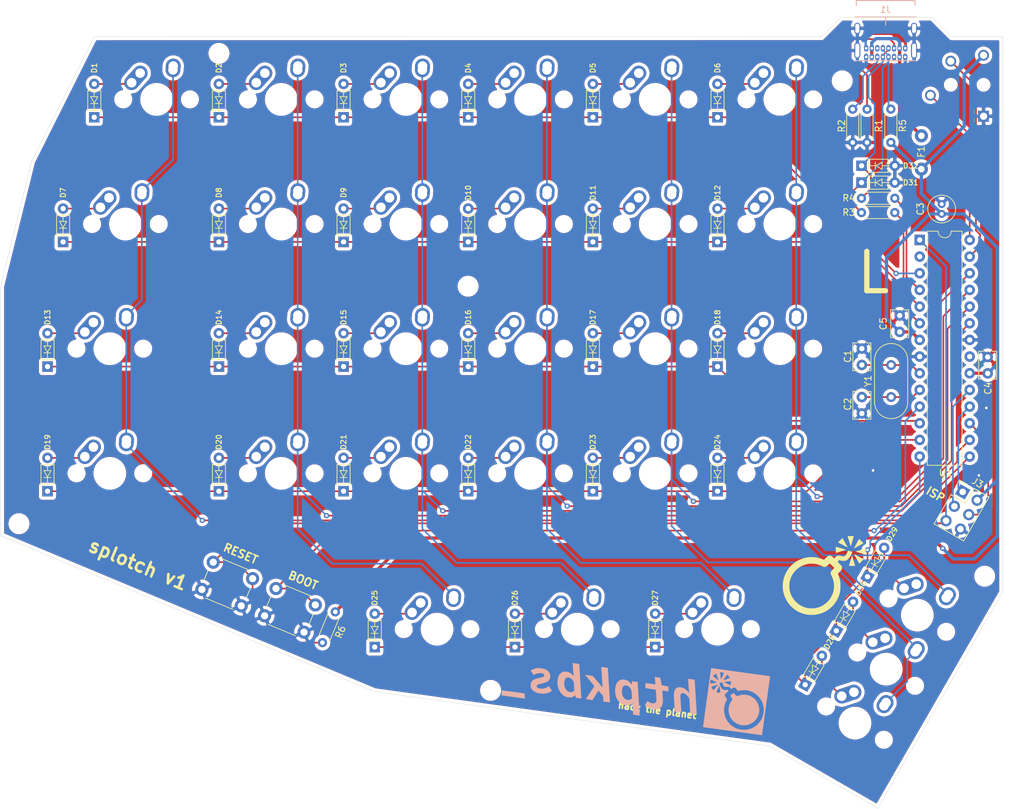
<source format=kicad_pcb>
(kicad_pcb (version 20171130) (host pcbnew "(5.1.9-0-10_14)")
  (title_block (title splotch-left) (rev v1) (comment 2 https://github.com/htpkbs/splotch/blob/main/LICENSE) (comment 3 "License: BSD 2-Clause") (comment 4 info@htpkbs.com))
  (layers (0 F.Cu signal) (31 B.Cu signal) (34 B.Paste user) (35 F.Paste user) (36 B.SilkS user) (37 F.SilkS user) (38 B.Mask user) (39 F.Mask user) (44 Edge.Cuts user))
  (net 0 "")
  (net 1 "Net-(C1-Pad2)")
  (net 2 GND)
  (net 3 "Net-(C2-Pad1)")
  (net 4 +5V)
  (net 5 "Net-(D1-Pad2)")
  (net 6 /Row1)
  (net 7 "Net-(D2-Pad2)")
  (net 8 "Net-(D3-Pad2)")
  (net 9 "Net-(D4-Pad2)")
  (net 10 "Net-(D5-Pad2)")
  (net 11 "Net-(D6-Pad2)")
  (net 12 "Net-(D7-Pad2)")
  (net 13 /Row2)
  (net 14 "Net-(D8-Pad2)")
  (net 15 "Net-(D9-Pad2)")
  (net 16 "Net-(D10-Pad2)")
  (net 17 "Net-(D11-Pad2)")
  (net 18 "Net-(D12-Pad2)")
  (net 19 "Net-(D13-Pad2)")
  (net 20 /Row3)
  (net 21 "Net-(D14-Pad2)")
  (net 22 "Net-(D15-Pad2)")
  (net 23 "Net-(D16-Pad2)")
  (net 24 "Net-(D17-Pad2)")
  (net 25 "Net-(D18-Pad2)")
  (net 26 "Net-(D19-Pad2)")
  (net 27 /Row4)
  (net 28 "Net-(D20-Pad2)")
  (net 29 "Net-(D21-Pad2)")
  (net 30 "Net-(D22-Pad2)")
  (net 31 "Net-(D23-Pad2)")
  (net 32 "Net-(D24-Pad2)")
  (net 33 "Net-(D25-Pad2)")
  (net 34 /Row5)
  (net 35 "Net-(D26-Pad2)")
  (net 36 "Net-(D27-Pad2)")
  (net 37 "Net-(D28-Pad2)")
  (net 38 "Net-(D29-Pad2)")
  (net 39 "Net-(D30-Pad2)")
  (net 40 "Net-(D31-Pad1)")
  (net 41 "Net-(D32-Pad1)")
  (net 42 "Net-(J1-PadA5)")
  (net 43 "Net-(J1-PadA8)")
  (net 44 "Net-(J1-PadB8)")
  (net 45 "Net-(J1-PadB5)")
  (net 46 /Reset)
  (net 47 /MOSI)
  (net 48 /SCK)
  (net 49 /MISO)
  (net 50 /D-)
  (net 51 /D+)
  (net 52 /Col1)
  (net 53 /Col2)
  (net 54 /Col3)
  (net 55 /Col4)
  (net 56 /Col5)
  (net 57 /Col6)
  (net 58 /Boot)
  (net 59 "Net-(U1-Pad21)")
  (net 60 "Net-(F1-Pad2)")
  (net 61 /SCL)
  (net 62 /SDA)
  (net 63 "Net-(U1-Pad2)")
  (module splotch:MX-1U-NoLED (layer F.Cu) (at 198.469781 134.432141 330)
    (fp_text reference SW30)
    (fp_text value MX-NoLED)
    (pad "" np_thru_hole circle (at 5.08 0 18.0996) (size 1.75 1.75) (drill 1.75) (layers *.Cu *.Mask))
    (pad "" np_thru_hole circle (at -5.08 0 18.0996) (size 1.75 1.75) (drill 1.75) (layers *.Cu *.Mask))
    (pad 1 thru_hole circle (at -2.5 -4 330) (size 2.25 2.25) (drill 1.47) (layers *.Cu B.Mask) (net 39 "Net-(D30-Pad2)"))
    (pad "" np_thru_hole circle (at 0 0 330) (size 3.9878 3.9878) (drill 3.9878) (layers *.Cu *.Mask))
    (pad 1 thru_hole oval (at -3.81 -2.54 18.0996) (size 4.211556 2.25) (drill 1.47 (offset 0.980778 0)) (layers *.Cu B.Mask) (net 39 "Net-(D30-Pad2)"))
    (pad 2 thru_hole circle (at 2.54 -5.08 330) (size 2.25 2.25) (drill 1.47) (layers *.Cu B.Mask) (net 56 /Col5))
    (pad 2 thru_hole oval (at 2.5 -4.5 56.0548) (size 2.831378 2.25) (drill 1.47 (offset 0.290689 0)) (layers *.Cu B.Mask) (net 56 /Col5))
  )
  (module splotch:MX-1U-NoLED (layer F.Cu) (at 203.21978 126.2049 330)
    (fp_text reference SW29)
    (fp_text value MX-NoLED)
    (pad "" np_thru_hole circle (at 5.08 0 18.0996) (size 1.75 1.75) (drill 1.75) (layers *.Cu *.Mask))
    (pad "" np_thru_hole circle (at -5.08 0 18.0996) (size 1.75 1.75) (drill 1.75) (layers *.Cu *.Mask))
    (pad 1 thru_hole circle (at -2.5 -4 330) (size 2.25 2.25) (drill 1.47) (layers *.Cu B.Mask) (net 38 "Net-(D29-Pad2)"))
    (pad "" np_thru_hole circle (at 0 0 330) (size 3.9878 3.9878) (drill 3.9878) (layers *.Cu *.Mask))
    (pad 1 thru_hole oval (at -3.81 -2.54 18.0996) (size 4.211556 2.25) (drill 1.47 (offset 0.980778 0)) (layers *.Cu B.Mask) (net 38 "Net-(D29-Pad2)"))
    (pad 2 thru_hole circle (at 2.54 -5.08 330) (size 2.25 2.25) (drill 1.47) (layers *.Cu B.Mask) (net 57 /Col6))
    (pad 2 thru_hole oval (at 2.5 -4.5 56.0548) (size 2.831378 2.25) (drill 1.47 (offset 0.290689 0)) (layers *.Cu B.Mask) (net 57 /Col6))
  )
  (module splotch:MX-1U-NoLED (layer F.Cu) (at 193.719781 142.659382 330)
    (fp_text reference SW28)
    (fp_text value MX-NoLED)
    (pad "" np_thru_hole circle (at 5.08 0 18.0996) (size 1.75 1.75) (drill 1.75) (layers *.Cu *.Mask))
    (pad "" np_thru_hole circle (at -5.08 0 18.0996) (size 1.75 1.75) (drill 1.75) (layers *.Cu *.Mask))
    (pad 1 thru_hole circle (at -2.5 -4 330) (size 2.25 2.25) (drill 1.47) (layers *.Cu B.Mask) (net 37 "Net-(D28-Pad2)"))
    (pad "" np_thru_hole circle (at 0 0 330) (size 3.9878 3.9878) (drill 3.9878) (layers *.Cu *.Mask))
    (pad 1 thru_hole oval (at -3.81 -2.54 18.0996) (size 4.211556 2.25) (drill 1.47 (offset 0.980778 0)) (layers *.Cu B.Mask) (net 37 "Net-(D28-Pad2)"))
    (pad 2 thru_hole circle (at 2.54 -5.08 330) (size 2.25 2.25) (drill 1.47) (layers *.Cu B.Mask) (net 56 /Col5))
    (pad 2 thru_hole oval (at 2.5 -4.5 56.0548) (size 2.831378 2.25) (drill 1.47 (offset 0.290689 0)) (layers *.Cu B.Mask) (net 56 /Col5))
  )
  (module splotch:MX-1U-NoLED (layer F.Cu) (at 172.76678 128.3369)
    (fp_text reference SW27)
    (fp_text value MX-NoLED)
    (pad "" np_thru_hole circle (at 5.08 0 48.0996) (size 1.75 1.75) (drill 1.75) (layers *.Cu *.Mask))
    (pad "" np_thru_hole circle (at -5.08 0 48.0996) (size 1.75 1.75) (drill 1.75) (layers *.Cu *.Mask))
    (pad 1 thru_hole circle (at -2.5 -4) (size 2.25 2.25) (drill 1.47) (layers *.Cu B.Mask) (net 36 "Net-(D27-Pad2)"))
    (pad "" np_thru_hole circle (at 0 0) (size 3.9878 3.9878) (drill 3.9878) (layers *.Cu *.Mask))
    (pad 1 thru_hole oval (at -3.81 -2.54 48.0996) (size 4.211556 2.25) (drill 1.47 (offset 0.980778 0)) (layers *.Cu B.Mask) (net 36 "Net-(D27-Pad2)"))
    (pad 2 thru_hole circle (at 2.54 -5.08) (size 2.25 2.25) (drill 1.47) (layers *.Cu B.Mask) (net 55 /Col4))
    (pad 2 thru_hole oval (at 2.5 -4.5 86.0548) (size 2.831378 2.25) (drill 1.47 (offset 0.290689 0)) (layers *.Cu B.Mask) (net 55 /Col4))
  )
  (module splotch:MX-1.25U-NoLED (layer F.Cu) (at 151.39178 128.3369)
    (fp_text reference SW26)
    (fp_text value MX-NoLED)
    (pad "" np_thru_hole circle (at 5.08 0 48.0996) (size 1.75 1.75) (drill 1.75) (layers *.Cu *.Mask))
    (pad "" np_thru_hole circle (at -5.08 0 48.0996) (size 1.75 1.75) (drill 1.75) (layers *.Cu *.Mask))
    (pad 1 thru_hole circle (at -2.5 -4) (size 2.25 2.25) (drill 1.47) (layers *.Cu B.Mask) (net 35 "Net-(D26-Pad2)"))
    (pad "" np_thru_hole circle (at 0 0) (size 3.9878 3.9878) (drill 3.9878) (layers *.Cu *.Mask))
    (pad 1 thru_hole oval (at -3.81 -2.54 48.0996) (size 4.211556 2.25) (drill 1.47 (offset 0.980778 0)) (layers *.Cu B.Mask) (net 35 "Net-(D26-Pad2)"))
    (pad 2 thru_hole circle (at 2.54 -5.08) (size 2.25 2.25) (drill 1.47) (layers *.Cu B.Mask) (net 54 /Col3))
    (pad 2 thru_hole oval (at 2.5 -4.5 86.0548) (size 2.831378 2.25) (drill 1.47 (offset 0.290689 0)) (layers *.Cu B.Mask) (net 54 /Col3))
  )
  (module splotch:MX-1U-NoLED (layer F.Cu) (at 130.01678 128.3369)
    (fp_text reference SW25)
    (fp_text value MX-NoLED)
    (pad "" np_thru_hole circle (at 5.08 0 48.0996) (size 1.75 1.75) (drill 1.75) (layers *.Cu *.Mask))
    (pad "" np_thru_hole circle (at -5.08 0 48.0996) (size 1.75 1.75) (drill 1.75) (layers *.Cu *.Mask))
    (pad 1 thru_hole circle (at -2.5 -4) (size 2.25 2.25) (drill 1.47) (layers *.Cu B.Mask) (net 33 "Net-(D25-Pad2)"))
    (pad "" np_thru_hole circle (at 0 0) (size 3.9878 3.9878) (drill 3.9878) (layers *.Cu *.Mask))
    (pad 1 thru_hole oval (at -3.81 -2.54 48.0996) (size 4.211556 2.25) (drill 1.47 (offset 0.980778 0)) (layers *.Cu B.Mask) (net 33 "Net-(D25-Pad2)"))
    (pad 2 thru_hole circle (at 2.54 -5.08) (size 2.25 2.25) (drill 1.47) (layers *.Cu B.Mask) (net 53 /Col2))
    (pad 2 thru_hole oval (at 2.5 -4.5 86.0548) (size 2.831378 2.25) (drill 1.47 (offset 0.290689 0)) (layers *.Cu B.Mask) (net 53 /Col2))
  )
  (module splotch:MX-1U-NoLED (layer F.Cu) (at 182.26678 104.5869)
    (fp_text reference SW24)
    (fp_text value MX-NoLED)
    (pad "" np_thru_hole circle (at 5.08 0 48.0996) (size 1.75 1.75) (drill 1.75) (layers *.Cu *.Mask))
    (pad "" np_thru_hole circle (at -5.08 0 48.0996) (size 1.75 1.75) (drill 1.75) (layers *.Cu *.Mask))
    (pad 1 thru_hole circle (at -2.5 -4) (size 2.25 2.25) (drill 1.47) (layers *.Cu B.Mask) (net 32 "Net-(D24-Pad2)"))
    (pad "" np_thru_hole circle (at 0 0) (size 3.9878 3.9878) (drill 3.9878) (layers *.Cu *.Mask))
    (pad 1 thru_hole oval (at -3.81 -2.54 48.0996) (size 4.211556 2.25) (drill 1.47 (offset 0.980778 0)) (layers *.Cu B.Mask) (net 32 "Net-(D24-Pad2)"))
    (pad 2 thru_hole circle (at 2.54 -5.08) (size 2.25 2.25) (drill 1.47) (layers *.Cu B.Mask) (net 57 /Col6))
    (pad 2 thru_hole oval (at 2.5 -4.5 86.0548) (size 2.831378 2.25) (drill 1.47 (offset 0.290689 0)) (layers *.Cu B.Mask) (net 57 /Col6))
  )
  (module splotch:MX-1U-NoLED (layer F.Cu) (at 163.26678 104.5869)
    (fp_text reference SW23)
    (fp_text value MX-NoLED)
    (pad "" np_thru_hole circle (at 5.08 0 48.0996) (size 1.75 1.75) (drill 1.75) (layers *.Cu *.Mask))
    (pad "" np_thru_hole circle (at -5.08 0 48.0996) (size 1.75 1.75) (drill 1.75) (layers *.Cu *.Mask))
    (pad 1 thru_hole circle (at -2.5 -4) (size 2.25 2.25) (drill 1.47) (layers *.Cu B.Mask) (net 31 "Net-(D23-Pad2)"))
    (pad "" np_thru_hole circle (at 0 0) (size 3.9878 3.9878) (drill 3.9878) (layers *.Cu *.Mask))
    (pad 1 thru_hole oval (at -3.81 -2.54 48.0996) (size 4.211556 2.25) (drill 1.47 (offset 0.980778 0)) (layers *.Cu B.Mask) (net 31 "Net-(D23-Pad2)"))
    (pad 2 thru_hole circle (at 2.54 -5.08) (size 2.25 2.25) (drill 1.47) (layers *.Cu B.Mask) (net 56 /Col5))
    (pad 2 thru_hole oval (at 2.5 -4.5 86.0548) (size 2.831378 2.25) (drill 1.47 (offset 0.290689 0)) (layers *.Cu B.Mask) (net 56 /Col5))
  )
  (module splotch:MX-1U-NoLED (layer F.Cu) (at 144.26678 104.5869)
    (fp_text reference SW22)
    (fp_text value MX-NoLED)
    (pad "" np_thru_hole circle (at 5.08 0 48.0996) (size 1.75 1.75) (drill 1.75) (layers *.Cu *.Mask))
    (pad "" np_thru_hole circle (at -5.08 0 48.0996) (size 1.75 1.75) (drill 1.75) (layers *.Cu *.Mask))
    (pad 1 thru_hole circle (at -2.5 -4) (size 2.25 2.25) (drill 1.47) (layers *.Cu B.Mask) (net 30 "Net-(D22-Pad2)"))
    (pad "" np_thru_hole circle (at 0 0) (size 3.9878 3.9878) (drill 3.9878) (layers *.Cu *.Mask))
    (pad 1 thru_hole oval (at -3.81 -2.54 48.0996) (size 4.211556 2.25) (drill 1.47 (offset 0.980778 0)) (layers *.Cu B.Mask) (net 30 "Net-(D22-Pad2)"))
    (pad 2 thru_hole circle (at 2.54 -5.08) (size 2.25 2.25) (drill 1.47) (layers *.Cu B.Mask) (net 55 /Col4))
    (pad 2 thru_hole oval (at 2.5 -4.5 86.0548) (size 2.831378 2.25) (drill 1.47 (offset 0.290689 0)) (layers *.Cu B.Mask) (net 55 /Col4))
  )
  (module splotch:MX-1U-NoLED (layer F.Cu) (at 125.26678 104.5869)
    (fp_text reference SW21)
    (fp_text value MX-NoLED)
    (pad "" np_thru_hole circle (at 5.08 0 48.0996) (size 1.75 1.75) (drill 1.75) (layers *.Cu *.Mask))
    (pad "" np_thru_hole circle (at -5.08 0 48.0996) (size 1.75 1.75) (drill 1.75) (layers *.Cu *.Mask))
    (pad 1 thru_hole circle (at -2.5 -4) (size 2.25 2.25) (drill 1.47) (layers *.Cu B.Mask) (net 29 "Net-(D21-Pad2)"))
    (pad "" np_thru_hole circle (at 0 0) (size 3.9878 3.9878) (drill 3.9878) (layers *.Cu *.Mask))
    (pad 1 thru_hole oval (at -3.81 -2.54 48.0996) (size 4.211556 2.25) (drill 1.47 (offset 0.980778 0)) (layers *.Cu B.Mask) (net 29 "Net-(D21-Pad2)"))
    (pad 2 thru_hole circle (at 2.54 -5.08) (size 2.25 2.25) (drill 1.47) (layers *.Cu B.Mask) (net 54 /Col3))
    (pad 2 thru_hole oval (at 2.5 -4.5 86.0548) (size 2.831378 2.25) (drill 1.47 (offset 0.290689 0)) (layers *.Cu B.Mask) (net 54 /Col3))
  )
  (module splotch:MX-1U-NoLED (layer F.Cu) (at 106.26678 104.5869)
    (fp_text reference SW20)
    (fp_text value MX-NoLED)
    (pad "" np_thru_hole circle (at 5.08 0 48.0996) (size 1.75 1.75) (drill 1.75) (layers *.Cu *.Mask))
    (pad "" np_thru_hole circle (at -5.08 0 48.0996) (size 1.75 1.75) (drill 1.75) (layers *.Cu *.Mask))
    (pad 1 thru_hole circle (at -2.5 -4) (size 2.25 2.25) (drill 1.47) (layers *.Cu B.Mask) (net 28 "Net-(D20-Pad2)"))
    (pad "" np_thru_hole circle (at 0 0) (size 3.9878 3.9878) (drill 3.9878) (layers *.Cu *.Mask))
    (pad 1 thru_hole oval (at -3.81 -2.54 48.0996) (size 4.211556 2.25) (drill 1.47 (offset 0.980778 0)) (layers *.Cu B.Mask) (net 28 "Net-(D20-Pad2)"))
    (pad 2 thru_hole circle (at 2.54 -5.08) (size 2.25 2.25) (drill 1.47) (layers *.Cu B.Mask) (net 53 /Col2))
    (pad 2 thru_hole oval (at 2.5 -4.5 86.0548) (size 2.831378 2.25) (drill 1.47 (offset 0.290689 0)) (layers *.Cu B.Mask) (net 53 /Col2))
  )
  (module splotch:MX-1.75U-NoLED (layer F.Cu) (at 80.14178 104.5869)
    (fp_text reference SW19)
    (fp_text value MX-NoLED)
    (pad "" np_thru_hole circle (at 5.08 0 48.0996) (size 1.75 1.75) (drill 1.75) (layers *.Cu *.Mask))
    (pad "" np_thru_hole circle (at -5.08 0 48.0996) (size 1.75 1.75) (drill 1.75) (layers *.Cu *.Mask))
    (pad 1 thru_hole circle (at -2.5 -4) (size 2.25 2.25) (drill 1.47) (layers *.Cu B.Mask) (net 26 "Net-(D19-Pad2)"))
    (pad "" np_thru_hole circle (at 0 0) (size 3.9878 3.9878) (drill 3.9878) (layers *.Cu *.Mask))
    (pad 1 thru_hole oval (at -3.81 -2.54 48.0996) (size 4.211556 2.25) (drill 1.47 (offset 0.980778 0)) (layers *.Cu B.Mask) (net 26 "Net-(D19-Pad2)"))
    (pad 2 thru_hole circle (at 2.54 -5.08) (size 2.25 2.25) (drill 1.47) (layers *.Cu B.Mask) (net 52 /Col1))
    (pad 2 thru_hole oval (at 2.5 -4.5 86.0548) (size 2.831378 2.25) (drill 1.47 (offset 0.290689 0)) (layers *.Cu B.Mask) (net 52 /Col1))
  )
  (module splotch:MX-1U-NoLED (layer F.Cu) (at 182.26678 85.5869)
    (fp_text reference SW18)
    (fp_text value MX-NoLED)
    (pad "" np_thru_hole circle (at 5.08 0 48.0996) (size 1.75 1.75) (drill 1.75) (layers *.Cu *.Mask))
    (pad "" np_thru_hole circle (at -5.08 0 48.0996) (size 1.75 1.75) (drill 1.75) (layers *.Cu *.Mask))
    (pad 1 thru_hole circle (at -2.5 -4) (size 2.25 2.25) (drill 1.47) (layers *.Cu B.Mask) (net 25 "Net-(D18-Pad2)"))
    (pad "" np_thru_hole circle (at 0 0) (size 3.9878 3.9878) (drill 3.9878) (layers *.Cu *.Mask))
    (pad 1 thru_hole oval (at -3.81 -2.54 48.0996) (size 4.211556 2.25) (drill 1.47 (offset 0.980778 0)) (layers *.Cu B.Mask) (net 25 "Net-(D18-Pad2)"))
    (pad 2 thru_hole circle (at 2.54 -5.08) (size 2.25 2.25) (drill 1.47) (layers *.Cu B.Mask) (net 57 /Col6))
    (pad 2 thru_hole oval (at 2.5 -4.5 86.0548) (size 2.831378 2.25) (drill 1.47 (offset 0.290689 0)) (layers *.Cu B.Mask) (net 57 /Col6))
  )
  (module splotch:MX-1U-NoLED (layer F.Cu) (at 163.26678 85.5869)
    (fp_text reference SW17)
    (fp_text value MX-NoLED)
    (pad "" np_thru_hole circle (at 5.08 0 48.0996) (size 1.75 1.75) (drill 1.75) (layers *.Cu *.Mask))
    (pad "" np_thru_hole circle (at -5.08 0 48.0996) (size 1.75 1.75) (drill 1.75) (layers *.Cu *.Mask))
    (pad 1 thru_hole circle (at -2.5 -4) (size 2.25 2.25) (drill 1.47) (layers *.Cu B.Mask) (net 24 "Net-(D17-Pad2)"))
    (pad "" np_thru_hole circle (at 0 0) (size 3.9878 3.9878) (drill 3.9878) (layers *.Cu *.Mask))
    (pad 1 thru_hole oval (at -3.81 -2.54 48.0996) (size 4.211556 2.25) (drill 1.47 (offset 0.980778 0)) (layers *.Cu B.Mask) (net 24 "Net-(D17-Pad2)"))
    (pad 2 thru_hole circle (at 2.54 -5.08) (size 2.25 2.25) (drill 1.47) (layers *.Cu B.Mask) (net 56 /Col5))
    (pad 2 thru_hole oval (at 2.5 -4.5 86.0548) (size 2.831378 2.25) (drill 1.47 (offset 0.290689 0)) (layers *.Cu B.Mask) (net 56 /Col5))
  )
  (module splotch:MX-1U-NoLED (layer F.Cu) (at 144.26678 85.5869)
    (fp_text reference SW16)
    (fp_text value MX-NoLED)
    (pad "" np_thru_hole circle (at 5.08 0 48.0996) (size 1.75 1.75) (drill 1.75) (layers *.Cu *.Mask))
    (pad "" np_thru_hole circle (at -5.08 0 48.0996) (size 1.75 1.75) (drill 1.75) (layers *.Cu *.Mask))
    (pad 1 thru_hole circle (at -2.5 -4) (size 2.25 2.25) (drill 1.47) (layers *.Cu B.Mask) (net 23 "Net-(D16-Pad2)"))
    (pad "" np_thru_hole circle (at 0 0) (size 3.9878 3.9878) (drill 3.9878) (layers *.Cu *.Mask))
    (pad 1 thru_hole oval (at -3.81 -2.54 48.0996) (size 4.211556 2.25) (drill 1.47 (offset 0.980778 0)) (layers *.Cu B.Mask) (net 23 "Net-(D16-Pad2)"))
    (pad 2 thru_hole circle (at 2.54 -5.08) (size 2.25 2.25) (drill 1.47) (layers *.Cu B.Mask) (net 55 /Col4))
    (pad 2 thru_hole oval (at 2.5 -4.5 86.0548) (size 2.831378 2.25) (drill 1.47 (offset 0.290689 0)) (layers *.Cu B.Mask) (net 55 /Col4))
  )
  (module splotch:MX-1U-NoLED (layer F.Cu) (at 125.26678 85.5869)
    (fp_text reference SW15)
    (fp_text value MX-NoLED)
    (pad "" np_thru_hole circle (at 5.08 0 48.0996) (size 1.75 1.75) (drill 1.75) (layers *.Cu *.Mask))
    (pad "" np_thru_hole circle (at -5.08 0 48.0996) (size 1.75 1.75) (drill 1.75) (layers *.Cu *.Mask))
    (pad 1 thru_hole circle (at -2.5 -4) (size 2.25 2.25) (drill 1.47) (layers *.Cu B.Mask) (net 22 "Net-(D15-Pad2)"))
    (pad "" np_thru_hole circle (at 0 0) (size 3.9878 3.9878) (drill 3.9878) (layers *.Cu *.Mask))
    (pad 1 thru_hole oval (at -3.81 -2.54 48.0996) (size 4.211556 2.25) (drill 1.47 (offset 0.980778 0)) (layers *.Cu B.Mask) (net 22 "Net-(D15-Pad2)"))
    (pad 2 thru_hole circle (at 2.54 -5.08) (size 2.25 2.25) (drill 1.47) (layers *.Cu B.Mask) (net 54 /Col3))
    (pad 2 thru_hole oval (at 2.5 -4.5 86.0548) (size 2.831378 2.25) (drill 1.47 (offset 0.290689 0)) (layers *.Cu B.Mask) (net 54 /Col3))
  )
  (module splotch:MX-1U-NoLED (layer F.Cu) (at 106.26678 85.5869)
    (fp_text reference SW14)
    (fp_text value MX-NoLED)
    (pad "" np_thru_hole circle (at 5.08 0 48.0996) (size 1.75 1.75) (drill 1.75) (layers *.Cu *.Mask))
    (pad "" np_thru_hole circle (at -5.08 0 48.0996) (size 1.75 1.75) (drill 1.75) (layers *.Cu *.Mask))
    (pad 1 thru_hole circle (at -2.5 -4) (size 2.25 2.25) (drill 1.47) (layers *.Cu B.Mask) (net 21 "Net-(D14-Pad2)"))
    (pad "" np_thru_hole circle (at 0 0) (size 3.9878 3.9878) (drill 3.9878) (layers *.Cu *.Mask))
    (pad 1 thru_hole oval (at -3.81 -2.54 48.0996) (size 4.211556 2.25) (drill 1.47 (offset 0.980778 0)) (layers *.Cu B.Mask) (net 21 "Net-(D14-Pad2)"))
    (pad 2 thru_hole circle (at 2.54 -5.08) (size 2.25 2.25) (drill 1.47) (layers *.Cu B.Mask) (net 53 /Col2))
    (pad 2 thru_hole oval (at 2.5 -4.5 86.0548) (size 2.831378 2.25) (drill 1.47 (offset 0.290689 0)) (layers *.Cu B.Mask) (net 53 /Col2))
  )
  (module splotch:MX-1.75U-NoLED (layer F.Cu) (at 80.14178 85.5869)
    (fp_text reference SW13)
    (fp_text value MX-NoLED)
    (pad "" np_thru_hole circle (at 5.08 0 48.0996) (size 1.75 1.75) (drill 1.75) (layers *.Cu *.Mask))
    (pad "" np_thru_hole circle (at -5.08 0 48.0996) (size 1.75 1.75) (drill 1.75) (layers *.Cu *.Mask))
    (pad 1 thru_hole circle (at -2.5 -4) (size 2.25 2.25) (drill 1.47) (layers *.Cu B.Mask) (net 19 "Net-(D13-Pad2)"))
    (pad "" np_thru_hole circle (at 0 0) (size 3.9878 3.9878) (drill 3.9878) (layers *.Cu *.Mask))
    (pad 1 thru_hole oval (at -3.81 -2.54 48.0996) (size 4.211556 2.25) (drill 1.47 (offset 0.980778 0)) (layers *.Cu B.Mask) (net 19 "Net-(D13-Pad2)"))
    (pad 2 thru_hole circle (at 2.54 -5.08) (size 2.25 2.25) (drill 1.47) (layers *.Cu B.Mask) (net 52 /Col1))
    (pad 2 thru_hole oval (at 2.5 -4.5 86.0548) (size 2.831378 2.25) (drill 1.47 (offset 0.290689 0)) (layers *.Cu B.Mask) (net 52 /Col1))
  )
  (module splotch:MX-1U-NoLED (layer F.Cu) (at 182.26678 66.5869)
    (fp_text reference SW12)
    (fp_text value MX-NoLED)
    (pad "" np_thru_hole circle (at 5.08 0 48.0996) (size 1.75 1.75) (drill 1.75) (layers *.Cu *.Mask))
    (pad "" np_thru_hole circle (at -5.08 0 48.0996) (size 1.75 1.75) (drill 1.75) (layers *.Cu *.Mask))
    (pad 1 thru_hole circle (at -2.5 -4) (size 2.25 2.25) (drill 1.47) (layers *.Cu B.Mask) (net 18 "Net-(D12-Pad2)"))
    (pad "" np_thru_hole circle (at 0 0) (size 3.9878 3.9878) (drill 3.9878) (layers *.Cu *.Mask))
    (pad 1 thru_hole oval (at -3.81 -2.54 48.0996) (size 4.211556 2.25) (drill 1.47 (offset 0.980778 0)) (layers *.Cu B.Mask) (net 18 "Net-(D12-Pad2)"))
    (pad 2 thru_hole circle (at 2.54 -5.08) (size 2.25 2.25) (drill 1.47) (layers *.Cu B.Mask) (net 57 /Col6))
    (pad 2 thru_hole oval (at 2.5 -4.5 86.0548) (size 2.831378 2.25) (drill 1.47 (offset 0.290689 0)) (layers *.Cu B.Mask) (net 57 /Col6))
  )
  (module splotch:MX-1U-NoLED (layer F.Cu) (at 163.26678 66.5869)
    (fp_text reference SW11)
    (fp_text value MX-NoLED)
    (pad "" np_thru_hole circle (at 5.08 0 48.0996) (size 1.75 1.75) (drill 1.75) (layers *.Cu *.Mask))
    (pad "" np_thru_hole circle (at -5.08 0 48.0996) (size 1.75 1.75) (drill 1.75) (layers *.Cu *.Mask))
    (pad 1 thru_hole circle (at -2.5 -4) (size 2.25 2.25) (drill 1.47) (layers *.Cu B.Mask) (net 17 "Net-(D11-Pad2)"))
    (pad "" np_thru_hole circle (at 0 0) (size 3.9878 3.9878) (drill 3.9878) (layers *.Cu *.Mask))
    (pad 1 thru_hole oval (at -3.81 -2.54 48.0996) (size 4.211556 2.25) (drill 1.47 (offset 0.980778 0)) (layers *.Cu B.Mask) (net 17 "Net-(D11-Pad2)"))
    (pad 2 thru_hole circle (at 2.54 -5.08) (size 2.25 2.25) (drill 1.47) (layers *.Cu B.Mask) (net 56 /Col5))
    (pad 2 thru_hole oval (at 2.5 -4.5 86.0548) (size 2.831378 2.25) (drill 1.47 (offset 0.290689 0)) (layers *.Cu B.Mask) (net 56 /Col5))
  )
  (module splotch:MX-1U-NoLED (layer F.Cu) (at 144.26678 66.5869)
    (fp_text reference SW10)
    (fp_text value MX-NoLED)
    (pad "" np_thru_hole circle (at 5.08 0 48.0996) (size 1.75 1.75) (drill 1.75) (layers *.Cu *.Mask))
    (pad "" np_thru_hole circle (at -5.08 0 48.0996) (size 1.75 1.75) (drill 1.75) (layers *.Cu *.Mask))
    (pad 1 thru_hole circle (at -2.5 -4) (size 2.25 2.25) (drill 1.47) (layers *.Cu B.Mask) (net 16 "Net-(D10-Pad2)"))
    (pad "" np_thru_hole circle (at 0 0) (size 3.9878 3.9878) (drill 3.9878) (layers *.Cu *.Mask))
    (pad 1 thru_hole oval (at -3.81 -2.54 48.0996) (size 4.211556 2.25) (drill 1.47 (offset 0.980778 0)) (layers *.Cu B.Mask) (net 16 "Net-(D10-Pad2)"))
    (pad 2 thru_hole circle (at 2.54 -5.08) (size 2.25 2.25) (drill 1.47) (layers *.Cu B.Mask) (net 55 /Col4))
    (pad 2 thru_hole oval (at 2.5 -4.5 86.0548) (size 2.831378 2.25) (drill 1.47 (offset 0.290689 0)) (layers *.Cu B.Mask) (net 55 /Col4))
  )
  (module splotch:MX-1U-NoLED (layer F.Cu) (at 125.26678 66.5869)
    (fp_text reference SW9)
    (fp_text value MX-NoLED)
    (pad "" np_thru_hole circle (at 5.08 0 48.0996) (size 1.75 1.75) (drill 1.75) (layers *.Cu *.Mask))
    (pad "" np_thru_hole circle (at -5.08 0 48.0996) (size 1.75 1.75) (drill 1.75) (layers *.Cu *.Mask))
    (pad 1 thru_hole circle (at -2.5 -4) (size 2.25 2.25) (drill 1.47) (layers *.Cu B.Mask) (net 15 "Net-(D9-Pad2)"))
    (pad "" np_thru_hole circle (at 0 0) (size 3.9878 3.9878) (drill 3.9878) (layers *.Cu *.Mask))
    (pad 1 thru_hole oval (at -3.81 -2.54 48.0996) (size 4.211556 2.25) (drill 1.47 (offset 0.980778 0)) (layers *.Cu B.Mask) (net 15 "Net-(D9-Pad2)"))
    (pad 2 thru_hole circle (at 2.54 -5.08) (size 2.25 2.25) (drill 1.47) (layers *.Cu B.Mask) (net 54 /Col3))
    (pad 2 thru_hole oval (at 2.5 -4.5 86.0548) (size 2.831378 2.25) (drill 1.47 (offset 0.290689 0)) (layers *.Cu B.Mask) (net 54 /Col3))
  )
  (module splotch:MX-1U-NoLED (layer F.Cu) (at 106.26678 66.5869)
    (fp_text reference SW8)
    (fp_text value MX-NoLED)
    (pad "" np_thru_hole circle (at 5.08 0 48.0996) (size 1.75 1.75) (drill 1.75) (layers *.Cu *.Mask))
    (pad "" np_thru_hole circle (at -5.08 0 48.0996) (size 1.75 1.75) (drill 1.75) (layers *.Cu *.Mask))
    (pad 1 thru_hole circle (at -2.5 -4) (size 2.25 2.25) (drill 1.47) (layers *.Cu B.Mask) (net 14 "Net-(D8-Pad2)"))
    (pad "" np_thru_hole circle (at 0 0) (size 3.9878 3.9878) (drill 3.9878) (layers *.Cu *.Mask))
    (pad 1 thru_hole oval (at -3.81 -2.54 48.0996) (size 4.211556 2.25) (drill 1.47 (offset 0.980778 0)) (layers *.Cu B.Mask) (net 14 "Net-(D8-Pad2)"))
    (pad 2 thru_hole circle (at 2.54 -5.08) (size 2.25 2.25) (drill 1.47) (layers *.Cu B.Mask) (net 53 /Col2))
    (pad 2 thru_hole oval (at 2.5 -4.5 86.0548) (size 2.831378 2.25) (drill 1.47 (offset 0.290689 0)) (layers *.Cu B.Mask) (net 53 /Col2))
  )
  (module splotch:MX-1.5U-NoLED (layer F.Cu) (at 82.51678 66.5869)
    (fp_text reference SW7)
    (fp_text value MX-NoLED)
    (pad "" np_thru_hole circle (at 5.08 0 48.0996) (size 1.75 1.75) (drill 1.75) (layers *.Cu *.Mask))
    (pad "" np_thru_hole circle (at -5.08 0 48.0996) (size 1.75 1.75) (drill 1.75) (layers *.Cu *.Mask))
    (pad 1 thru_hole circle (at -2.5 -4) (size 2.25 2.25) (drill 1.47) (layers *.Cu B.Mask) (net 12 "Net-(D7-Pad2)"))
    (pad "" np_thru_hole circle (at 0 0) (size 3.9878 3.9878) (drill 3.9878) (layers *.Cu *.Mask))
    (pad 1 thru_hole oval (at -3.81 -2.54 48.0996) (size 4.211556 2.25) (drill 1.47 (offset 0.980778 0)) (layers *.Cu B.Mask) (net 12 "Net-(D7-Pad2)"))
    (pad 2 thru_hole circle (at 2.54 -5.08) (size 2.25 2.25) (drill 1.47) (layers *.Cu B.Mask) (net 52 /Col1))
    (pad 2 thru_hole oval (at 2.5 -4.5 86.0548) (size 2.831378 2.25) (drill 1.47 (offset 0.290689 0)) (layers *.Cu B.Mask) (net 52 /Col1))
  )
  (module splotch:MX-1U-NoLED (layer F.Cu) (at 182.26678 47.5869)
    (fp_text reference SW6)
    (fp_text value MX-NoLED)
    (pad "" np_thru_hole circle (at 5.08 0 48.0996) (size 1.75 1.75) (drill 1.75) (layers *.Cu *.Mask))
    (pad "" np_thru_hole circle (at -5.08 0 48.0996) (size 1.75 1.75) (drill 1.75) (layers *.Cu *.Mask))
    (pad 1 thru_hole circle (at -2.5 -4) (size 2.25 2.25) (drill 1.47) (layers *.Cu B.Mask) (net 11 "Net-(D6-Pad2)"))
    (pad "" np_thru_hole circle (at 0 0) (size 3.9878 3.9878) (drill 3.9878) (layers *.Cu *.Mask))
    (pad 1 thru_hole oval (at -3.81 -2.54 48.0996) (size 4.211556 2.25) (drill 1.47 (offset 0.980778 0)) (layers *.Cu B.Mask) (net 11 "Net-(D6-Pad2)"))
    (pad 2 thru_hole circle (at 2.54 -5.08) (size 2.25 2.25) (drill 1.47) (layers *.Cu B.Mask) (net 57 /Col6))
    (pad 2 thru_hole oval (at 2.5 -4.5 86.0548) (size 2.831378 2.25) (drill 1.47 (offset 0.290689 0)) (layers *.Cu B.Mask) (net 57 /Col6))
  )
  (module splotch:MX-1U-NoLED (layer F.Cu) (at 163.26678 47.5869)
    (fp_text reference SW5)
    (fp_text value MX-NoLED)
    (pad "" np_thru_hole circle (at 5.08 0 48.0996) (size 1.75 1.75) (drill 1.75) (layers *.Cu *.Mask))
    (pad "" np_thru_hole circle (at -5.08 0 48.0996) (size 1.75 1.75) (drill 1.75) (layers *.Cu *.Mask))
    (pad 1 thru_hole circle (at -2.5 -4) (size 2.25 2.25) (drill 1.47) (layers *.Cu B.Mask) (net 10 "Net-(D5-Pad2)"))
    (pad "" np_thru_hole circle (at 0 0) (size 3.9878 3.9878) (drill 3.9878) (layers *.Cu *.Mask))
    (pad 1 thru_hole oval (at -3.81 -2.54 48.0996) (size 4.211556 2.25) (drill 1.47 (offset 0.980778 0)) (layers *.Cu B.Mask) (net 10 "Net-(D5-Pad2)"))
    (pad 2 thru_hole circle (at 2.54 -5.08) (size 2.25 2.25) (drill 1.47) (layers *.Cu B.Mask) (net 56 /Col5))
    (pad 2 thru_hole oval (at 2.5 -4.5 86.0548) (size 2.831378 2.25) (drill 1.47 (offset 0.290689 0)) (layers *.Cu B.Mask) (net 56 /Col5))
  )
  (module splotch:MX-1U-NoLED (layer F.Cu) (at 144.26678 47.5869)
    (fp_text reference SW4)
    (fp_text value MX-NoLED)
    (pad "" np_thru_hole circle (at 5.08 0 48.0996) (size 1.75 1.75) (drill 1.75) (layers *.Cu *.Mask))
    (pad "" np_thru_hole circle (at -5.08 0 48.0996) (size 1.75 1.75) (drill 1.75) (layers *.Cu *.Mask))
    (pad 1 thru_hole circle (at -2.5 -4) (size 2.25 2.25) (drill 1.47) (layers *.Cu B.Mask) (net 9 "Net-(D4-Pad2)"))
    (pad "" np_thru_hole circle (at 0 0) (size 3.9878 3.9878) (drill 3.9878) (layers *.Cu *.Mask))
    (pad 1 thru_hole oval (at -3.81 -2.54 48.0996) (size 4.211556 2.25) (drill 1.47 (offset 0.980778 0)) (layers *.Cu B.Mask) (net 9 "Net-(D4-Pad2)"))
    (pad 2 thru_hole circle (at 2.54 -5.08) (size 2.25 2.25) (drill 1.47) (layers *.Cu B.Mask) (net 55 /Col4))
    (pad 2 thru_hole oval (at 2.5 -4.5 86.0548) (size 2.831378 2.25) (drill 1.47 (offset 0.290689 0)) (layers *.Cu B.Mask) (net 55 /Col4))
  )
  (module splotch:MX-1U-NoLED (layer F.Cu) (at 125.26678 47.5869)
    (fp_text reference SW3)
    (fp_text value MX-NoLED)
    (pad "" np_thru_hole circle (at 5.08 0 48.0996) (size 1.75 1.75) (drill 1.75) (layers *.Cu *.Mask))
    (pad "" np_thru_hole circle (at -5.08 0 48.0996) (size 1.75 1.75) (drill 1.75) (layers *.Cu *.Mask))
    (pad 1 thru_hole circle (at -2.5 -4) (size 2.25 2.25) (drill 1.47) (layers *.Cu B.Mask) (net 8 "Net-(D3-Pad2)"))
    (pad "" np_thru_hole circle (at 0 0) (size 3.9878 3.9878) (drill 3.9878) (layers *.Cu *.Mask))
    (pad 1 thru_hole oval (at -3.81 -2.54 48.0996) (size 4.211556 2.25) (drill 1.47 (offset 0.980778 0)) (layers *.Cu B.Mask) (net 8 "Net-(D3-Pad2)"))
    (pad 2 thru_hole circle (at 2.54 -5.08) (size 2.25 2.25) (drill 1.47) (layers *.Cu B.Mask) (net 54 /Col3))
    (pad 2 thru_hole oval (at 2.5 -4.5 86.0548) (size 2.831378 2.25) (drill 1.47 (offset 0.290689 0)) (layers *.Cu B.Mask) (net 54 /Col3))
  )
  (module splotch:MX-1U-NoLED (layer F.Cu) (at 106.26678 47.5869)
    (fp_text reference SW2)
    (fp_text value MX-NoLED)
    (pad "" np_thru_hole circle (at 5.08 0 48.0996) (size 1.75 1.75) (drill 1.75) (layers *.Cu *.Mask))
    (pad "" np_thru_hole circle (at -5.08 0 48.0996) (size 1.75 1.75) (drill 1.75) (layers *.Cu *.Mask))
    (pad 1 thru_hole circle (at -2.5 -4) (size 2.25 2.25) (drill 1.47) (layers *.Cu B.Mask) (net 7 "Net-(D2-Pad2)"))
    (pad "" np_thru_hole circle (at 0 0) (size 3.9878 3.9878) (drill 3.9878) (layers *.Cu *.Mask))
    (pad 1 thru_hole oval (at -3.81 -2.54 48.0996) (size 4.211556 2.25) (drill 1.47 (offset 0.980778 0)) (layers *.Cu B.Mask) (net 7 "Net-(D2-Pad2)"))
    (pad 2 thru_hole circle (at 2.54 -5.08) (size 2.25 2.25) (drill 1.47) (layers *.Cu B.Mask) (net 53 /Col2))
    (pad 2 thru_hole oval (at 2.5 -4.5 86.0548) (size 2.831378 2.25) (drill 1.47 (offset 0.290689 0)) (layers *.Cu B.Mask) (net 53 /Col2))
  )
  (module splotch:MX-1U-NoLED (layer F.Cu) (at 87.26678 47.5869)
    (fp_text reference SW1)
    (fp_text value MX-NoLED)
    (pad "" np_thru_hole circle (at 5.08 0 48.0996) (size 1.75 1.75) (drill 1.75) (layers *.Cu *.Mask))
    (pad "" np_thru_hole circle (at -5.08 0 48.0996) (size 1.75 1.75) (drill 1.75) (layers *.Cu *.Mask))
    (pad 1 thru_hole circle (at -2.5 -4) (size 2.25 2.25) (drill 1.47) (layers *.Cu B.Mask) (net 5 "Net-(D1-Pad2)"))
    (pad "" np_thru_hole circle (at 0 0) (size 3.9878 3.9878) (drill 3.9878) (layers *.Cu *.Mask))
    (pad 1 thru_hole oval (at -3.81 -2.54 48.0996) (size 4.211556 2.25) (drill 1.47 (offset 0.980778 0)) (layers *.Cu B.Mask) (net 5 "Net-(D1-Pad2)"))
    (pad 2 thru_hole circle (at 2.54 -5.08) (size 2.25 2.25) (drill 1.47) (layers *.Cu B.Mask) (net 52 /Col1))
    (pad 2 thru_hole oval (at 2.5 -4.5 86.0548) (size 2.831378 2.25) (drill 1.47 (offset 0.290689 0)) (layers *.Cu B.Mask) (net 52 /Col1))
  )
  (module splotch:CUI_SJ-43514 (layer F.Cu) (at 210.7184 45.3644 180)
    (fp_text reference J2 (at -2.979703 -6.81327) (layer F.SilkS) (effects (font (size 0.480598 0.480598) (thickness 0.015))))
    (fp_text value SJ-43514)
    (pad None np_thru_hole circle (at 2.4 0 180) (size 1.1 1.1) (drill 1.1) (layers *.Cu *.Mask))
    (pad None np_thru_hole circle (at -2.6 0 180) (size 1.1 1.1) (drill 1.1) (layers *.Cu *.Mask))
    (pad 4 thru_hole circle (at -2.6 4.5 180) (size 1.65 1.65) (drill 1.1) (layers *.Cu *.Mask) (net 4 +5V))
    (pad 3 thru_hole circle (at 5.5 -1.6 180) (size 1.65 1.65) (drill 1.1) (layers *.Cu *.Mask) (net 61 /SCL))
    (pad 2 thru_hole circle (at 2.4 3.6 180) (size 1.65 1.65) (drill 1.1) (layers *.Cu *.Mask) (net 62 /SDA))
    (pad 1 thru_hole rect (at -2.6 -4.8 180) (size 1.65 1.65) (drill 1.1) (layers *.Cu *.Mask) (net 2 GND))
  )
  (module splotch:D_DO-35_SOD27_P5.08mm_Horizontal (layer F.Cu) (at 193.44894 57.70626)
    (fp_text reference D32 (at 8.77 0) (layer F.SilkS) (effects (font (size 0.8 0.8))))
    (fp_text value 3.6V)
    (pad 2 thru_hole oval (at 6.35 0) (size 1.6 1.6) (drill 0.8) (layers *.Cu *.Mask) (net 2 GND))
    (pad 1 thru_hole rect (at 1.27 0) (size 1.6 1.6) (drill 0.8) (layers *.Cu *.Mask) (net 41 "Net-(D32-Pad1)"))
  )
  (module splotch:D_DO-35_SOD27_P5.08mm_Horizontal (layer F.Cu) (at 193.4464 60.2742)
    (fp_text reference D31 (at 8.77 0) (layer F.SilkS) (effects (font (size 0.8 0.8))))
    (fp_text value 3.6V)
    (pad 2 thru_hole oval (at 6.35 0) (size 1.6 1.6) (drill 0.8) (layers *.Cu *.Mask) (net 2 GND))
    (pad 1 thru_hole rect (at 1.27 0) (size 1.6 1.6) (drill 0.8) (layers *.Cu *.Mask) (net 40 "Net-(D31-Pad1)"))
  )
  (module splotch:D_DO-35_SOD27_P5.08mm_Horizontal (layer F.Cu) (at 190.24254 129.682142 60)
    (fp_text reference D30 (at 8.77 0 60) (layer F.SilkS) (effects (font (size 0.8 0.8))))
    (fp_text value 1N4148)
    (pad 2 thru_hole oval (at 6.35 0 60) (size 1.6 1.6) (drill 0.8) (layers *.Cu *.Mask) (net 39 "Net-(D30-Pad2)"))
    (pad 1 thru_hole rect (at 1.27 0 60) (size 1.6 1.6) (drill 0.8) (layers *.Cu *.Mask) (net 34 /Row5))
  )
  (module splotch:D_DO-35_SOD27_P5.08mm_Horizontal (layer F.Cu) (at 194.992539 121.454901 60)
    (fp_text reference D29 (at 8.77 0 60) (layer F.SilkS) (effects (font (size 0.8 0.8))))
    (fp_text value 1N4148)
    (pad 2 thru_hole oval (at 6.35 0 60) (size 1.6 1.6) (drill 0.8) (layers *.Cu *.Mask) (net 38 "Net-(D29-Pad2)"))
    (pad 1 thru_hole rect (at 1.27 0 60) (size 1.6 1.6) (drill 0.8) (layers *.Cu *.Mask) (net 34 /Row5))
  )
  (module splotch:D_DO-35_SOD27_P5.08mm_Horizontal (layer F.Cu) (at 185.49254 137.909383 60)
    (fp_text reference D28 (at 8.77 0 60) (layer F.SilkS) (effects (font (size 0.8 0.8))))
    (fp_text value 1N4148)
    (pad 2 thru_hole oval (at 6.35 0 60) (size 1.6 1.6) (drill 0.8) (layers *.Cu *.Mask) (net 37 "Net-(D28-Pad2)"))
    (pad 1 thru_hole rect (at 1.27 0 60) (size 1.6 1.6) (drill 0.8) (layers *.Cu *.Mask) (net 34 /Row5))
  )
  (module splotch:D_DO-35_SOD27_P5.08mm_Horizontal (layer F.Cu) (at 163.26678 132.3369 90)
    (fp_text reference D27 (at 8.77 0 90) (layer F.SilkS) (effects (font (size 0.8 0.8))))
    (fp_text value 1N4148)
    (pad 2 thru_hole oval (at 6.35 0 90) (size 1.6 1.6) (drill 0.8) (layers *.Cu *.Mask) (net 36 "Net-(D27-Pad2)"))
    (pad 1 thru_hole rect (at 1.27 0 90) (size 1.6 1.6) (drill 0.8) (layers *.Cu *.Mask) (net 34 /Row5))
  )
  (module splotch:D_DO-35_SOD27_P5.08mm_Horizontal (layer F.Cu) (at 141.89178 132.3369 90)
    (fp_text reference D26 (at 8.77 0 90) (layer F.SilkS) (effects (font (size 0.8 0.8))))
    (fp_text value 1N4148)
    (pad 2 thru_hole oval (at 6.35 0 90) (size 1.6 1.6) (drill 0.8) (layers *.Cu *.Mask) (net 35 "Net-(D26-Pad2)"))
    (pad 1 thru_hole rect (at 1.27 0 90) (size 1.6 1.6) (drill 0.8) (layers *.Cu *.Mask) (net 34 /Row5))
  )
  (module splotch:D_DO-35_SOD27_P5.08mm_Horizontal (layer F.Cu) (at 120.51678 132.3369 90)
    (fp_text reference D25 (at 8.77 0 90) (layer F.SilkS) (effects (font (size 0.8 0.8))))
    (fp_text value 1N4148)
    (pad 2 thru_hole oval (at 6.35 0 90) (size 1.6 1.6) (drill 0.8) (layers *.Cu *.Mask) (net 33 "Net-(D25-Pad2)"))
    (pad 1 thru_hole rect (at 1.27 0 90) (size 1.6 1.6) (drill 0.8) (layers *.Cu *.Mask) (net 34 /Row5))
  )
  (module splotch:D_DO-35_SOD27_P5.08mm_Horizontal (layer F.Cu) (at 172.76678 108.5869 90)
    (fp_text reference D24 (at 8.77 0 90) (layer F.SilkS) (effects (font (size 0.8 0.8))))
    (fp_text value 1N4148)
    (pad 2 thru_hole oval (at 6.35 0 90) (size 1.6 1.6) (drill 0.8) (layers *.Cu *.Mask) (net 32 "Net-(D24-Pad2)"))
    (pad 1 thru_hole rect (at 1.27 0 90) (size 1.6 1.6) (drill 0.8) (layers *.Cu *.Mask) (net 27 /Row4))
  )
  (module splotch:D_DO-35_SOD27_P5.08mm_Horizontal (layer F.Cu) (at 153.76678 108.5869 90)
    (fp_text reference D23 (at 8.77 0 90) (layer F.SilkS) (effects (font (size 0.8 0.8))))
    (fp_text value 1N4148)
    (pad 2 thru_hole oval (at 6.35 0 90) (size 1.6 1.6) (drill 0.8) (layers *.Cu *.Mask) (net 31 "Net-(D23-Pad2)"))
    (pad 1 thru_hole rect (at 1.27 0 90) (size 1.6 1.6) (drill 0.8) (layers *.Cu *.Mask) (net 27 /Row4))
  )
  (module splotch:D_DO-35_SOD27_P5.08mm_Horizontal (layer F.Cu) (at 134.76678 108.5869 90)
    (fp_text reference D22 (at 8.77 0 90) (layer F.SilkS) (effects (font (size 0.8 0.8))))
    (fp_text value 1N4148)
    (pad 2 thru_hole oval (at 6.35 0 90) (size 1.6 1.6) (drill 0.8) (layers *.Cu *.Mask) (net 30 "Net-(D22-Pad2)"))
    (pad 1 thru_hole rect (at 1.27 0 90) (size 1.6 1.6) (drill 0.8) (layers *.Cu *.Mask) (net 27 /Row4))
  )
  (module splotch:D_DO-35_SOD27_P5.08mm_Horizontal (layer F.Cu) (at 115.76678 108.5869 90)
    (fp_text reference D21 (at 8.77 0 90) (layer F.SilkS) (effects (font (size 0.8 0.8))))
    (fp_text value 1N4148)
    (pad 2 thru_hole oval (at 6.35 0 90) (size 1.6 1.6) (drill 0.8) (layers *.Cu *.Mask) (net 29 "Net-(D21-Pad2)"))
    (pad 1 thru_hole rect (at 1.27 0 90) (size 1.6 1.6) (drill 0.8) (layers *.Cu *.Mask) (net 27 /Row4))
  )
  (module splotch:D_DO-35_SOD27_P5.08mm_Horizontal (layer F.Cu) (at 96.76678 108.5869 90)
    (fp_text reference D20 (at 8.77 0 90) (layer F.SilkS) (effects (font (size 0.8 0.8))))
    (fp_text value 1N4148)
    (pad 2 thru_hole oval (at 6.35 0 90) (size 1.6 1.6) (drill 0.8) (layers *.Cu *.Mask) (net 28 "Net-(D20-Pad2)"))
    (pad 1 thru_hole rect (at 1.27 0 90) (size 1.6 1.6) (drill 0.8) (layers *.Cu *.Mask) (net 27 /Row4))
  )
  (module splotch:D_DO-35_SOD27_P5.08mm_Horizontal (layer F.Cu) (at 70.64178 108.5869 90)
    (fp_text reference D19 (at 8.77 0 90) (layer F.SilkS) (effects (font (size 0.8 0.8))))
    (fp_text value 1N4148)
    (pad 2 thru_hole oval (at 6.35 0 90) (size 1.6 1.6) (drill 0.8) (layers *.Cu *.Mask) (net 26 "Net-(D19-Pad2)"))
    (pad 1 thru_hole rect (at 1.27 0 90) (size 1.6 1.6) (drill 0.8) (layers *.Cu *.Mask) (net 27 /Row4))
  )
  (module splotch:D_DO-35_SOD27_P5.08mm_Horizontal (layer F.Cu) (at 172.76678 89.5869 90)
    (fp_text reference D18 (at 8.77 0 90) (layer F.SilkS) (effects (font (size 0.8 0.8))))
    (fp_text value 1N4148)
    (pad 2 thru_hole oval (at 6.35 0 90) (size 1.6 1.6) (drill 0.8) (layers *.Cu *.Mask) (net 25 "Net-(D18-Pad2)"))
    (pad 1 thru_hole rect (at 1.27 0 90) (size 1.6 1.6) (drill 0.8) (layers *.Cu *.Mask) (net 20 /Row3))
  )
  (module splotch:D_DO-35_SOD27_P5.08mm_Horizontal (layer F.Cu) (at 153.76678 89.5869 90)
    (fp_text reference D17 (at 8.77 0 90) (layer F.SilkS) (effects (font (size 0.8 0.8))))
    (fp_text value 1N4148)
    (pad 2 thru_hole oval (at 6.35 0 90) (size 1.6 1.6) (drill 0.8) (layers *.Cu *.Mask) (net 24 "Net-(D17-Pad2)"))
    (pad 1 thru_hole rect (at 1.27 0 90) (size 1.6 1.6) (drill 0.8) (layers *.Cu *.Mask) (net 20 /Row3))
  )
  (module splotch:D_DO-35_SOD27_P5.08mm_Horizontal (layer F.Cu) (at 134.76678 89.5869 90)
    (fp_text reference D16 (at 8.77 0 90) (layer F.SilkS) (effects (font (size 0.8 0.8))))
    (fp_text value 1N4148)
    (pad 2 thru_hole oval (at 6.35 0 90) (size 1.6 1.6) (drill 0.8) (layers *.Cu *.Mask) (net 23 "Net-(D16-Pad2)"))
    (pad 1 thru_hole rect (at 1.27 0 90) (size 1.6 1.6) (drill 0.8) (layers *.Cu *.Mask) (net 20 /Row3))
  )
  (module splotch:D_DO-35_SOD27_P5.08mm_Horizontal (layer F.Cu) (at 115.76678 89.5869 90)
    (fp_text reference D15 (at 8.77 0 90) (layer F.SilkS) (effects (font (size 0.8 0.8))))
    (fp_text value 1N4148)
    (pad 2 thru_hole oval (at 6.35 0 90) (size 1.6 1.6) (drill 0.8) (layers *.Cu *.Mask) (net 22 "Net-(D15-Pad2)"))
    (pad 1 thru_hole rect (at 1.27 0 90) (size 1.6 1.6) (drill 0.8) (layers *.Cu *.Mask) (net 20 /Row3))
  )
  (module splotch:D_DO-35_SOD27_P5.08mm_Horizontal (layer F.Cu) (at 96.76678 89.5869 90)
    (fp_text reference D14 (at 8.77 0 90) (layer F.SilkS) (effects (font (size 0.8 0.8))))
    (fp_text value 1N4148)
    (pad 2 thru_hole oval (at 6.35 0 90) (size 1.6 1.6) (drill 0.8) (layers *.Cu *.Mask) (net 21 "Net-(D14-Pad2)"))
    (pad 1 thru_hole rect (at 1.27 0 90) (size 1.6 1.6) (drill 0.8) (layers *.Cu *.Mask) (net 20 /Row3))
  )
  (module splotch:D_DO-35_SOD27_P5.08mm_Horizontal (layer F.Cu) (at 70.64178 89.5869 90)
    (fp_text reference D13 (at 8.77 0 90) (layer F.SilkS) (effects (font (size 0.8 0.8))))
    (fp_text value 1N4148)
    (pad 2 thru_hole oval (at 6.35 0 90) (size 1.6 1.6) (drill 0.8) (layers *.Cu *.Mask) (net 19 "Net-(D13-Pad2)"))
    (pad 1 thru_hole rect (at 1.27 0 90) (size 1.6 1.6) (drill 0.8) (layers *.Cu *.Mask) (net 20 /Row3))
  )
  (module splotch:D_DO-35_SOD27_P5.08mm_Horizontal (layer F.Cu) (at 172.76678 70.5869 90)
    (fp_text reference D12 (at 8.77 0 90) (layer F.SilkS) (effects (font (size 0.8 0.8))))
    (fp_text value 1N4148)
    (pad 2 thru_hole oval (at 6.35 0 90) (size 1.6 1.6) (drill 0.8) (layers *.Cu *.Mask) (net 18 "Net-(D12-Pad2)"))
    (pad 1 thru_hole rect (at 1.27 0 90) (size 1.6 1.6) (drill 0.8) (layers *.Cu *.Mask) (net 13 /Row2))
  )
  (module splotch:D_DO-35_SOD27_P5.08mm_Horizontal (layer F.Cu) (at 153.76678 70.5869 90)
    (fp_text reference D11 (at 8.77 0 90) (layer F.SilkS) (effects (font (size 0.8 0.8))))
    (fp_text value 1N4148)
    (pad 2 thru_hole oval (at 6.35 0 90) (size 1.6 1.6) (drill 0.8) (layers *.Cu *.Mask) (net 17 "Net-(D11-Pad2)"))
    (pad 1 thru_hole rect (at 1.27 0 90) (size 1.6 1.6) (drill 0.8) (layers *.Cu *.Mask) (net 13 /Row2))
  )
  (module splotch:D_DO-35_SOD27_P5.08mm_Horizontal (layer F.Cu) (at 134.76678 70.5869 90)
    (fp_text reference D10 (at 8.77 0 90) (layer F.SilkS) (effects (font (size 0.8 0.8))))
    (fp_text value 1N4148)
    (pad 2 thru_hole oval (at 6.35 0 90) (size 1.6 1.6) (drill 0.8) (layers *.Cu *.Mask) (net 16 "Net-(D10-Pad2)"))
    (pad 1 thru_hole rect (at 1.27 0 90) (size 1.6 1.6) (drill 0.8) (layers *.Cu *.Mask) (net 13 /Row2))
  )
  (module splotch:D_DO-35_SOD27_P5.08mm_Horizontal (layer F.Cu) (at 115.76678 70.5869 90)
    (fp_text reference D9 (at 8.77 0 90) (layer F.SilkS) (effects (font (size 0.8 0.8))))
    (fp_text value 1N4148)
    (pad 2 thru_hole oval (at 6.35 0 90) (size 1.6 1.6) (drill 0.8) (layers *.Cu *.Mask) (net 15 "Net-(D9-Pad2)"))
    (pad 1 thru_hole rect (at 1.27 0 90) (size 1.6 1.6) (drill 0.8) (layers *.Cu *.Mask) (net 13 /Row2))
  )
  (module splotch:D_DO-35_SOD27_P5.08mm_Horizontal (layer F.Cu) (at 96.76678 70.5869 90)
    (fp_text reference D8 (at 8.77 0 90) (layer F.SilkS) (effects (font (size 0.8 0.8))))
    (fp_text value 1N4148)
    (pad 2 thru_hole oval (at 6.35 0 90) (size 1.6 1.6) (drill 0.8) (layers *.Cu *.Mask) (net 14 "Net-(D8-Pad2)"))
    (pad 1 thru_hole rect (at 1.27 0 90) (size 1.6 1.6) (drill 0.8) (layers *.Cu *.Mask) (net 13 /Row2))
  )
  (module splotch:D_DO-35_SOD27_P5.08mm_Horizontal (layer F.Cu) (at 73.01678 70.5869 90)
    (fp_text reference D7 (at 8.77 0 90) (layer F.SilkS) (effects (font (size 0.8 0.8))))
    (fp_text value 1N4148)
    (pad 2 thru_hole oval (at 6.35 0 90) (size 1.6 1.6) (drill 0.8) (layers *.Cu *.Mask) (net 12 "Net-(D7-Pad2)"))
    (pad 1 thru_hole rect (at 1.27 0 90) (size 1.6 1.6) (drill 0.8) (layers *.Cu *.Mask) (net 13 /Row2))
  )
  (module splotch:D_DO-35_SOD27_P5.08mm_Horizontal (layer F.Cu) (at 172.76678 51.5869 90)
    (fp_text reference D6 (at 8.77 0 90) (layer F.SilkS) (effects (font (size 0.8 0.8))))
    (fp_text value 1N4148)
    (pad 2 thru_hole oval (at 6.35 0 90) (size 1.6 1.6) (drill 0.8) (layers *.Cu *.Mask) (net 11 "Net-(D6-Pad2)"))
    (pad 1 thru_hole rect (at 1.27 0 90) (size 1.6 1.6) (drill 0.8) (layers *.Cu *.Mask) (net 6 /Row1))
  )
  (module splotch:D_DO-35_SOD27_P5.08mm_Horizontal (layer F.Cu) (at 153.76678 51.5869 90)
    (fp_text reference D5 (at 8.77 0 90) (layer F.SilkS) (effects (font (size 0.8 0.8))))
    (fp_text value 1N4148)
    (pad 2 thru_hole oval (at 6.35 0 90) (size 1.6 1.6) (drill 0.8) (layers *.Cu *.Mask) (net 10 "Net-(D5-Pad2)"))
    (pad 1 thru_hole rect (at 1.27 0 90) (size 1.6 1.6) (drill 0.8) (layers *.Cu *.Mask) (net 6 /Row1))
  )
  (module splotch:D_DO-35_SOD27_P5.08mm_Horizontal (layer F.Cu) (at 134.76678 51.5869 90)
    (fp_text reference D4 (at 8.77 0 90) (layer F.SilkS) (effects (font (size 0.8 0.8))))
    (fp_text value 1N4148)
    (pad 2 thru_hole oval (at 6.35 0 90) (size 1.6 1.6) (drill 0.8) (layers *.Cu *.Mask) (net 9 "Net-(D4-Pad2)"))
    (pad 1 thru_hole rect (at 1.27 0 90) (size 1.6 1.6) (drill 0.8) (layers *.Cu *.Mask) (net 6 /Row1))
  )
  (module splotch:D_DO-35_SOD27_P5.08mm_Horizontal (layer F.Cu) (at 115.76678 51.5869 90)
    (fp_text reference D3 (at 8.77 0 90) (layer F.SilkS) (effects (font (size 0.8 0.8))))
    (fp_text value 1N4148)
    (pad 2 thru_hole oval (at 6.35 0 90) (size 1.6 1.6) (drill 0.8) (layers *.Cu *.Mask) (net 8 "Net-(D3-Pad2)"))
    (pad 1 thru_hole rect (at 1.27 0 90) (size 1.6 1.6) (drill 0.8) (layers *.Cu *.Mask) (net 6 /Row1))
  )
  (module splotch:D_DO-35_SOD27_P5.08mm_Horizontal (layer F.Cu) (at 96.76678 51.5869 90)
    (fp_text reference D2 (at 8.77 0 90) (layer F.SilkS) (effects (font (size 0.8 0.8))))
    (fp_text value 1N4148)
    (pad 2 thru_hole oval (at 6.35 0 90) (size 1.6 1.6) (drill 0.8) (layers *.Cu *.Mask) (net 7 "Net-(D2-Pad2)"))
    (pad 1 thru_hole rect (at 1.27 0 90) (size 1.6 1.6) (drill 0.8) (layers *.Cu *.Mask) (net 6 /Row1))
  )
  (module splotch:D_DO-35_SOD27_P5.08mm_Horizontal (layer F.Cu) (at 77.76678 51.5869 90)
    (fp_text reference D1 (at 8.77 0 90) (layer F.SilkS) (effects (font (size 0.8 0.8))))
    (fp_text value 1N4148)
    (pad 2 thru_hole oval (at 6.35 0 90) (size 1.6 1.6) (drill 0.8) (layers *.Cu *.Mask) (net 5 "Net-(D1-Pad2)"))
    (pad 1 thru_hole rect (at 1.27 0 90) (size 1.6 1.6) (drill 0.8) (layers *.Cu *.Mask) (net 6 /Row1))
  )
  (module splotch.pretty:bomb (layer F.Cu) (at 188.976 120.142)
    (fp_text reference G*** hide)
    (fp_text value LOGO hide)
  )
  (module MountingHole:MountingHole_2.2mm_M2 (layer F.Cu) (at 134.747 76.073)
    (fp_text reference H6 hide)
    (fp_text value MountingHole)
    (pad 1 np_thru_hole circle (at 0 0) (size 2.2 2.2) (drill 2.2) (layers *.Cu *.Mask))
  )
  (module MountingHole:MountingHole_2.2mm_M2 (layer F.Cu) (at 66.294 112.268)
    (fp_text reference H5 hide)
    (fp_text value MountingHole)
    (pad 1 np_thru_hole circle (at 0 0) (size 2.2 2.2) (drill 2.2) (layers *.Cu *.Mask))
  )
  (module MountingHole:MountingHole_2.2mm_M2 (layer F.Cu) (at 138.176 137.668)
    (fp_text reference H4 hide)
    (fp_text value MountingHole)
    (pad 1 np_thru_hole circle (at 0 0) (size 2.2 2.2) (drill 2.2) (layers *.Cu *.Mask))
  )
  (module MountingHole:MountingHole_2.2mm_M2 (layer F.Cu) (at 213.487 120.269)
    (fp_text reference H3 hide)
    (fp_text value MountingHole)
    (pad 1 np_thru_hole circle (at 0 0) (size 2.2 2.2) (drill 2.2) (layers *.Cu *.Mask))
  )
  (module MountingHole:MountingHole_2.2mm_M2 (layer F.Cu) (at 191.77 44.7675)
    (fp_text reference H2 hide)
    (fp_text value MountingHole)
    (pad 1 np_thru_hole circle (at 0 0) (size 2.2 2.2) (drill 2.2) (layers *.Cu *.Mask))
  )
  (module MountingHole:MountingHole_2.2mm_M2 (layer F.Cu) (at 96.774 40.5765)
    (fp_text reference H1 hide)
    (fp_text value MountingHole)
    (pad 1 np_thru_hole circle (at 0 0) (size 2.2 2.2) (drill 2.2) (layers *.Cu *.Mask))
  )
  (module splotch.pretty:USB_C_GCT_USB4085 (layer B.Cu) (at 198.3994 35.0266)
    (fp_text reference J1 (at -0.017498 -1.13737) (layer B.SilkS) (effects (justify mirror)))
    (fp_text value USB_C_Receptacle_USB2.0)
    (pad A5 thru_hole oval (at -1.275 6.1) (size 0.65 1) (drill 0.4) (layers *.Cu *.Mask) (net 42 "Net-(J1-PadA5)"))
    (pad A1 thru_hole oval (at -2.975 6.1) (size 0.65 1) (drill 0.4) (layers *.Cu *.Mask) (net 2 GND))
    (pad A4 thru_hole oval (at -2.125 6.1) (size 0.65 1) (drill 0.4) (layers *.Cu *.Mask) (net 60 "Net-(F1-Pad2)"))
    (pad A6 thru_hole oval (at -0.425 6.1) (size 0.65 1) (drill 0.4) (layers *.Cu *.Mask) (net 41 "Net-(D32-Pad1)"))
    (pad A7 thru_hole oval (at 0.425 6.1) (size 0.65 1) (drill 0.4) (layers *.Cu *.Mask) (net 40 "Net-(D31-Pad1)"))
    (pad A8 thru_hole oval (at 1.275 6.1) (size 0.65 1) (drill 0.4) (layers *.Cu *.Mask) (net 43 "Net-(J1-PadA8)"))
    (pad A9 thru_hole oval (at 2.125 6.1) (size 0.65 1) (drill 0.4) (layers *.Cu *.Mask) (net 60 "Net-(F1-Pad2)"))
    (pad A12 thru_hole oval (at 2.975 6.1) (size 0.65 1) (drill 0.4) (layers *.Cu *.Mask) (net 2 GND))
    (pad B12 thru_hole oval (at -2.975 4.775) (size 0.65 1) (drill 0.4) (layers *.Cu *.Mask) (net 2 GND))
    (pad B9 thru_hole oval (at -2.12 4.775) (size 0.65 1) (drill 0.4) (layers *.Cu *.Mask) (net 60 "Net-(F1-Pad2)"))
    (pad B8 thru_hole oval (at -1.27 4.775) (size 0.65 1) (drill 0.4) (layers *.Cu *.Mask) (net 44 "Net-(J1-PadB8)"))
    (pad B7 thru_hole oval (at -0.42 4.775) (size 0.65 1) (drill 0.4) (layers *.Cu *.Mask) (net 40 "Net-(D31-Pad1)"))
    (pad B6 thru_hole oval (at 0.43 4.775) (size 0.65 1) (drill 0.4) (layers *.Cu *.Mask) (net 41 "Net-(D32-Pad1)"))
    (pad B5 thru_hole oval (at 1.28 4.775) (size 0.65 1) (drill 0.4) (layers *.Cu *.Mask) (net 45 "Net-(J1-PadB5)"))
    (pad B4 thru_hole oval (at 2.13 4.775) (size 0.65 1) (drill 0.4) (layers *.Cu *.Mask) (net 60 "Net-(F1-Pad2)"))
    (pad B1 thru_hole oval (at 2.98 4.775) (size 0.65 1) (drill 0.4) (layers *.Cu *.Mask) (net 2 GND))
    (pad S1 thru_hole oval (at -4.325 5.12) (size 0.9 2.4) (drill oval 0.6 2.1) (layers *.Cu *.Mask) (net 2 GND))
    (pad S1 thru_hole oval (at 4.325 5.12) (size 0.9 2.4) (drill oval 0.6 2.1) (layers *.Cu *.Mask) (net 2 GND))
    (pad S1 thru_hole oval (at -4.325 1.74) (size 0.9 1.7) (drill oval 0.6 1.4) (layers *.Cu *.Mask) (net 2 GND))
    (pad S1 thru_hole oval (at 4.325 1.74) (size 0.9 1.7) (drill oval 0.6 1.4) (layers *.Cu *.Mask) (net 2 GND))
  )
  (module splotch.pretty:htpkbs (layer B.Cu) (at 160.1724 137.2616 172.2)
    (fp_text reference G*** hide)
    (fp_text value LOGO hide)
  )
  (module Resistor_THT:R_Axial_DIN0204_L3.6mm_D1.6mm_P5.08mm_Horizontal (layer F.Cu) (at 114.5032 125.7046 247.4)
    (fp_text reference R6 (at 2.54 -1.92 247.4) (layer F.SilkS))
    (fp_text value 10K)
    (pad 2 thru_hole oval (at 5.08 0 247.4) (size 1.4 1.4) (drill 0.7) (layers *.Cu *.Mask) (net 46 /Reset))
    (pad 1 thru_hole circle (at 0 0 247.4) (size 1.4 1.4) (drill 0.7) (layers *.Cu *.Mask) (net 4 +5V))
  )
  (module Resistor_THT:R_Axial_DIN0204_L3.6mm_D1.6mm_P5.08mm_Horizontal (layer F.Cu) (at 199.1868 54.1528 90)
    (fp_text reference R5 (at 2.55524 1.79578 90) (layer F.SilkS))
    (fp_text value 1.5k)
    (pad 2 thru_hole oval (at 5.08 0 90) (size 1.4 1.4) (drill 0.7) (layers *.Cu *.Mask) (net 40 "Net-(D31-Pad1)"))
    (pad 1 thru_hole circle (at 0 0 90) (size 1.4 1.4) (drill 0.7) (layers *.Cu *.Mask) (net 4 +5V))
  )
  (module Resistor_THT:R_Axial_DIN0204_L3.6mm_D1.6mm_P5.08mm_Horizontal (layer F.Cu) (at 199.78704 62.6618 180)
    (fp_text reference R4 (at 7.00104 0.0254) (layer F.SilkS))
    (fp_text value 75R)
    (pad 2 thru_hole oval (at 5.08 0 180) (size 1.4 1.4) (drill 0.7) (layers *.Cu *.Mask) (net 41 "Net-(D32-Pad1)"))
    (pad 1 thru_hole circle (at 0 0 180) (size 1.4 1.4) (drill 0.7) (layers *.Cu *.Mask) (net 51 /D+))
  )
  (module Resistor_THT:R_Axial_DIN0204_L3.6mm_D1.6mm_P5.08mm_Horizontal (layer F.Cu) (at 199.78704 64.84618 180)
    (fp_text reference R3 (at 7.00104 0.02538) (layer F.SilkS))
    (fp_text value 75R)
    (pad 2 thru_hole oval (at 5.08 0 180) (size 1.4 1.4) (drill 0.7) (layers *.Cu *.Mask) (net 40 "Net-(D31-Pad1)"))
    (pad 1 thru_hole circle (at 0 0 180) (size 1.4 1.4) (drill 0.7) (layers *.Cu *.Mask) (net 50 /D-))
  )
  (module Resistor_THT:R_Axial_DIN0204_L3.6mm_D1.6mm_P5.08mm_Horizontal (layer F.Cu) (at 193.3712 49.083 270)
    (fp_text reference R2 (at 2.55012 1.6774 90) (layer F.SilkS))
    (fp_text value 5.1k)
    (pad 2 thru_hole oval (at 5.08 0 270) (size 1.4 1.4) (drill 0.7) (layers *.Cu *.Mask) (net 2 GND))
    (pad 1 thru_hole circle (at 0 0 270) (size 1.4 1.4) (drill 0.7) (layers *.Cu *.Mask) (net 42 "Net-(J1-PadA5)"))
  )
  (module Resistor_THT:R_Axial_DIN0204_L3.6mm_D1.6mm_P5.08mm_Horizontal (layer F.Cu) (at 195.5546 49.083 270)
    (fp_text reference R1 (at 2.53234 -1.78308 90) (layer F.SilkS))
    (fp_text value 5.1k)
    (pad 2 thru_hole oval (at 5.08 0 270) (size 1.4 1.4) (drill 0.7) (layers *.Cu *.Mask) (net 2 GND))
    (pad 1 thru_hole circle (at 0 0 270) (size 1.4 1.4) (drill 0.7) (layers *.Cu *.Mask) (net 45 "Net-(J1-PadB5)"))
  )
  (module Connector_PinHeader_2.54mm:PinHeader_2x03_P2.54mm_Vertical (layer F.Cu) (at 210.1342 107.4166 330)
    (fp_text reference J3 (at 1.27 -2.33 150) (layer F.SilkS))
    (fp_text value AVR-ISP-6)
    (pad 6 thru_hole oval (at 2.54 5.08 330) (size 1.7 1.7) (drill 1) (layers *.Cu *.Mask) (net 2 GND))
    (pad 5 thru_hole oval (at 0 5.08 330) (size 1.7 1.7) (drill 1) (layers *.Cu *.Mask) (net 46 /Reset))
    (pad 4 thru_hole oval (at 2.54 2.54 330) (size 1.7 1.7) (drill 1) (layers *.Cu *.Mask) (net 47 /MOSI))
    (pad 3 thru_hole oval (at 0 2.54 330) (size 1.7 1.7) (drill 1) (layers *.Cu *.Mask) (net 48 /SCK))
    (pad 2 thru_hole oval (at 2.54 0 330) (size 1.7 1.7) (drill 1) (layers *.Cu *.Mask) (net 4 +5V))
    (pad 1 thru_hole rect (at 0 0 330) (size 1.7 1.7) (drill 1) (layers *.Cu *.Mask) (net 49 /MISO))
  )
  (module Crystal:Crystal_HC49-4H_Vertical (layer F.Cu) (at 199.22998 92.964 90)
    (fp_text reference Y1 (at 2.44 -3.525 90) (layer F.SilkS))
    (fp_text value Crystal)
    (pad 2 thru_hole circle (at 4.88 0 90) (size 1.5 1.5) (drill 0.8) (layers *.Cu *.Mask) (net 1 "Net-(C1-Pad2)"))
    (pad 1 thru_hole circle (at 0 0 90) (size 1.5 1.5) (drill 0.8) (layers *.Cu *.Mask) (net 3 "Net-(C2-Pad1)"))
  )
  (module Package_DIP:DIP-28_W7.62mm (layer F.Cu) (at 203.581 69.0118)
    (fp_text reference U1 (at 3.937 35.5092) (layer F.SilkS))
    (fp_text value ATmega328P-PU)
    (pad 28 thru_hole oval (at 7.62 0) (size 1.6 1.6) (drill 0.8) (layers *.Cu *.Mask) (net 61 /SCL))
    (pad 14 thru_hole oval (at 0 33.02) (size 1.6 1.6) (drill 0.8) (layers *.Cu *.Mask) (net 34 /Row5))
    (pad 27 thru_hole oval (at 7.62 2.54) (size 1.6 1.6) (drill 0.8) (layers *.Cu *.Mask) (net 62 /SDA))
    (pad 13 thru_hole oval (at 0 30.48) (size 1.6 1.6) (drill 0.8) (layers *.Cu *.Mask) (net 27 /Row4))
    (pad 26 thru_hole oval (at 7.62 5.08) (size 1.6 1.6) (drill 0.8) (layers *.Cu *.Mask) (net 57 /Col6))
    (pad 12 thru_hole oval (at 0 27.94) (size 1.6 1.6) (drill 0.8) (layers *.Cu *.Mask) (net 20 /Row3))
    (pad 25 thru_hole oval (at 7.62 7.62) (size 1.6 1.6) (drill 0.8) (layers *.Cu *.Mask) (net 56 /Col5))
    (pad 11 thru_hole oval (at 0 25.4) (size 1.6 1.6) (drill 0.8) (layers *.Cu *.Mask) (net 58 /Boot))
    (pad 24 thru_hole oval (at 7.62 10.16) (size 1.6 1.6) (drill 0.8) (layers *.Cu *.Mask) (net 55 /Col4))
    (pad 10 thru_hole oval (at 0 22.86) (size 1.6 1.6) (drill 0.8) (layers *.Cu *.Mask) (net 3 "Net-(C2-Pad1)"))
    (pad 23 thru_hole oval (at 7.62 12.7) (size 1.6 1.6) (drill 0.8) (layers *.Cu *.Mask) (net 54 /Col3))
    (pad 9 thru_hole oval (at 0 20.32) (size 1.6 1.6) (drill 0.8) (layers *.Cu *.Mask) (net 1 "Net-(C1-Pad2)"))
    (pad 22 thru_hole oval (at 7.62 15.24) (size 1.6 1.6) (drill 0.8) (layers *.Cu *.Mask) (net 2 GND))
    (pad 8 thru_hole oval (at 0 17.78) (size 1.6 1.6) (drill 0.8) (layers *.Cu *.Mask) (net 2 GND))
    (pad 21 thru_hole oval (at 7.62 17.78) (size 1.6 1.6) (drill 0.8) (layers *.Cu *.Mask) (net 59 "Net-(U1-Pad21)"))
    (pad 7 thru_hole oval (at 0 15.24) (size 1.6 1.6) (drill 0.8) (layers *.Cu *.Mask) (net 4 +5V))
    (pad 20 thru_hole oval (at 7.62 20.32) (size 1.6 1.6) (drill 0.8) (layers *.Cu *.Mask) (net 4 +5V))
    (pad 6 thru_hole oval (at 0 12.7) (size 1.6 1.6) (drill 0.8) (layers *.Cu *.Mask) (net 13 /Row2))
    (pad 19 thru_hole oval (at 7.62 22.86) (size 1.6 1.6) (drill 0.8) (layers *.Cu *.Mask) (net 48 /SCK))
    (pad 5 thru_hole oval (at 0 10.16) (size 1.6 1.6) (drill 0.8) (layers *.Cu *.Mask) (net 50 /D-))
    (pad 18 thru_hole oval (at 7.62 25.4) (size 1.6 1.6) (drill 0.8) (layers *.Cu *.Mask) (net 49 /MISO))
    (pad 4 thru_hole oval (at 0 7.62) (size 1.6 1.6) (drill 0.8) (layers *.Cu *.Mask) (net 51 /D+))
    (pad 17 thru_hole oval (at 7.62 27.94) (size 1.6 1.6) (drill 0.8) (layers *.Cu *.Mask) (net 47 /MOSI))
    (pad 3 thru_hole oval (at 0 5.08) (size 1.6 1.6) (drill 0.8) (layers *.Cu *.Mask) (net 6 /Row1))
    (pad 16 thru_hole oval (at 7.62 30.48) (size 1.6 1.6) (drill 0.8) (layers *.Cu *.Mask) (net 53 /Col2))
    (pad 2 thru_hole oval (at 0 2.54) (size 1.6 1.6) (drill 0.8) (layers *.Cu *.Mask) (net 63 "Net-(U1-Pad2)"))
    (pad 15 thru_hole oval (at 7.62 33.02) (size 1.6 1.6) (drill 0.8) (layers *.Cu *.Mask) (net 52 /Col1))
    (pad 1 thru_hole rect (at 0 0) (size 1.6 1.6) (drill 0.8) (layers *.Cu *.Mask) (net 46 /Reset))
  )
  (module Button_Switch_THT:SW_PUSH_6mm_H4.3mm (layer F.Cu) (at 105.4608 122.1486 337.4)
    (fp_text reference SW32 hide)
    (fp_text value SW_Push)
    (pad 1 thru_hole circle (at 6.5 0 67.4) (size 2 2) (drill 1.1) (layers *.Cu *.Mask) (net 58 /Boot))
    (pad 2 thru_hole circle (at 6.5 4.5 67.4) (size 2 2) (drill 1.1) (layers *.Cu *.Mask) (net 2 GND))
    (pad 1 thru_hole circle (at 0 0 67.4) (size 2 2) (drill 1.1) (layers *.Cu *.Mask) (net 58 /Boot))
    (pad 2 thru_hole circle (at 0 4.5 67.4) (size 2 2) (drill 1.1) (layers *.Cu *.Mask) (net 2 GND))
  )
  (module Button_Switch_THT:SW_PUSH_6mm_H4.3mm (layer F.Cu) (at 95.90024 118.1354 337.4)
    (fp_text reference SW31 hide)
    (fp_text value SW_Push)
    (pad 1 thru_hole circle (at 6.5 0 67.4) (size 2 2) (drill 1.1) (layers *.Cu *.Mask) (net 46 /Reset))
    (pad 2 thru_hole circle (at 6.5 4.5 67.4) (size 2 2) (drill 1.1) (layers *.Cu *.Mask) (net 2 GND))
    (pad 1 thru_hole circle (at 0 0 67.4) (size 2 2) (drill 1.1) (layers *.Cu *.Mask) (net 46 /Reset))
    (pad 2 thru_hole circle (at 0 4.5 67.4) (size 2 2) (drill 1.1) (layers *.Cu *.Mask) (net 2 GND))
  )
  (module Fuse:Fuse_Littelfuse_395Series (layer F.Cu) (at 203.835 58.2168 90)
    (fp_text reference F1 (at 2.63398 -0.01524 90) (layer F.SilkS))
    (fp_text value 100mA)
    (pad 2 thru_hole circle (at 5.08 0.01 90) (size 2 2) (drill 1) (layers *.Cu *.Mask) (net 60 "Net-(F1-Pad2)"))
    (pad 1 thru_hole circle (at 0 0 90) (size 2 2) (drill 1) (layers *.Cu *.Mask) (net 4 +5V))
  )
  (module Capacitor_THT:C_Rect_L4.0mm_W2.5mm_P2.50mm (layer F.Cu) (at 200.533 83.0326 90)
    (fp_text reference C5 (at 1.25 -2.5 90) (layer F.SilkS))
    (fp_text value 0.1u)
    (pad 2 thru_hole circle (at 2.5 0 90) (size 1.6 1.6) (drill 0.8) (layers *.Cu *.Mask) (net 2 GND))
    (pad 1 thru_hole circle (at 0 0 90) (size 1.6 1.6) (drill 0.8) (layers *.Cu *.Mask) (net 4 +5V))
  )
  (module Capacitor_THT:C_Rect_L4.0mm_W2.5mm_P2.50mm (layer F.Cu) (at 213.9442 89.3572 90)
    (fp_text reference C4 (at -2.2606 0.0508 90) (layer F.SilkS))
    (fp_text value 0.1u)
    (pad 2 thru_hole circle (at 2.5 0 90) (size 1.6 1.6) (drill 0.8) (layers *.Cu *.Mask) (net 2 GND))
    (pad 1 thru_hole circle (at 0 0 90) (size 1.6 1.6) (drill 0.8) (layers *.Cu *.Mask) (net 4 +5V))
  )
  (module Capacitor_THT:C_Radial_D4.0mm_H7.0mm_P1.50mm (layer F.Cu) (at 206.9338 65.0494 90)
    (fp_text reference C3 (at 0.75 -3.25 90) (layer F.SilkS))
    (fp_text value 4.7u)
    (pad 2 thru_hole circle (at 1.5 0 90) (size 1.2 1.2) (drill 0.6) (layers *.Cu *.Mask) (net 2 GND))
    (pad 1 thru_hole circle (at 0 0 90) (size 1.2 1.2) (drill 0.6) (layers *.Cu *.Mask) (net 4 +5V))
  )
  (module Capacitor_THT:C_Rect_L4.0mm_W2.5mm_P2.50mm (layer F.Cu) (at 194.7672 92.964 270)
    (fp_text reference C2 (at 1.08204 2.1463 90) (layer F.SilkS))
    (fp_text value 22pF)
    (pad 2 thru_hole circle (at 2.5 0 270) (size 1.6 1.6) (drill 0.8) (layers *.Cu *.Mask) (net 2 GND))
    (pad 1 thru_hole circle (at 0 0 270) (size 1.6 1.6) (drill 0.8) (layers *.Cu *.Mask) (net 3 "Net-(C2-Pad1)"))
  )
  (module Capacitor_THT:C_Rect_L4.0mm_W2.5mm_P2.50mm (layer F.Cu) (at 194.7672 85.5726 270)
    (fp_text reference C1 (at 1.18364 2.1463 90) (layer F.SilkS))
    (fp_text value 22pF)
    (pad 2 thru_hole circle (at 2.5 0 270) (size 1.6 1.6) (drill 0.8) (layers *.Cu *.Mask) (net 1 "Net-(C1-Pad2)"))
    (pad 1 thru_hole circle (at 0 0 270) (size 1.6 1.6) (drill 0.8) (layers *.Cu *.Mask) (net 2 GND))
  )
  (gr_text ISP (at 205.994 107.823 -30) (layer F.SilkS) (effects (font (size 1.2 1.2) (thickness 0.25))))
  (gr_text BOOT (at 109.601 120.904 -22.6) (layer F.SilkS) (effects (font (size 1.2 1.2) (thickness 0.25))))
  (gr_text RESET (at 100.076 116.84 -22.6) (layer F.SilkS) (effects (font (size 1.2 1.2) (thickness 0.25))))
  (gr_text "hack the planet" (at 163.576 140.716 -7.8) (layer F.SilkS) (effects (font (size 1 1) (thickness 0.25))))
  (gr_text L (at 196.5198 74.0156) (layer F.SilkS) (effects (font (size 6 6) (thickness 0.8))))
  (gr_line (start 208.4832 38.0492) (end 216.2302 38.0492) (layer Edge.Cuts) (width 0.05))
  (gr_line (start 205.486 35.052) (end 208.4832 38.0492) (layer Edge.Cuts) (width 0.05))
  (gr_line (start 191.5795 35.052) (end 205.486 35.052) (layer Edge.Cuts) (width 0.05))
  (gr_line (start 188.595 38.0365) (end 77.7494 38.0492) (layer Edge.Cuts) (width 0.05))
  (gr_line (start 191.5795 35.052) (end 188.595 38.0365) (layer Edge.Cuts) (width 0.05))
  (gr_text "splotch v1" (at 84.455 118.491 337.4) (layer F.SilkS) (effects (font (size 2 2) (thickness 0.4))))
  (gr_line (start 216.2302 122.7074) (end 216.2302 38.0492) (layer Edge.Cuts) (width 0.05))
  (gr_line (start 197.2056 155.6512) (end 216.2302 122.7074) (layer Edge.Cuts) (width 0.05))
  (gr_line (start 180.6956 146.1516) (end 197.2056 155.6512) (layer Edge.Cuts) (width 0.05))
  (gr_line (start 120.4976 137.8712) (end 180.6956 146.1516) (layer Edge.Cuts) (width 0.05))
  (gr_line (start 63.5 114.0968) (end 120.4976 137.8712) (layer Edge.Cuts) (width 0.05))
  (gr_line (start 63.5 76.073) (end 63.5 114.0968) (layer Edge.Cuts) (width 0.05))
  (gr_line (start 68.2244 57.0484) (end 63.5 76.073) (layer Edge.Cuts) (width 0.05))
  (gr_line (start 68.2244 57.0484) (end 77.7494 38.0492) (layer Edge.Cuts) (width 0.05))
  (segment (start 202.3332 88.084) (end 203.581 89.3318) (width 0.25) (layer F.Cu) (net 1))
  (segment (start 199.22998 88.084) (end 202.3332 88.084) (width 0.25) (layer F.Cu) (net 1))
  (segment (start 199.21858 88.0726) (end 199.22998 88.084) (width 0.25) (layer F.Cu) (net 1))
  (segment (start 194.7672 88.0726) (end 199.21858 88.0726) (width 0.25) (layer F.Cu) (net 1))
  (via (at 196.469 104.14) (size 0.8) (drill 0.4) (layers F.Cu B.Cu) (net 2))
  (via (at 213.741 94.615) (size 0.8) (drill 0.4) (layers F.Cu B.Cu) (net 2))
  (via (at 212.598 104.902) (size 0.8) (drill 0.4) (layers F.Cu B.Cu) (net 2))
  (segment (start 202.4888 92.964) (end 203.581 91.8718) (width 0.25) (layer F.Cu) (net 3))
  (segment (start 199.22998 92.964) (end 202.4888 92.964) (width 0.25) (layer F.Cu) (net 3))
  (segment (start 194.7672 92.964) (end 199.22998 92.964) (width 0.25) (layer F.Cu) (net 3))
  (segment (start 213.9188 89.3318) (end 213.9442 89.3572) (width 0.5) (layer F.Cu) (net 4))
  (segment (start 211.201 89.3318) (end 213.9188 89.3318) (width 0.5) (layer F.Cu) (net 4))
  (segment (start 202.3618 83.0326) (end 203.581 84.2518) (width 0.5) (layer F.Cu) (net 4))
  (segment (start 200.533 83.0326) (end 202.3618 83.0326) (width 0.5) (layer F.Cu) (net 4))
  (segment (start 203.835 61.9506) (end 206.9338 65.0494) (width 0.5) (layer B.Cu) (net 4))
  (segment (start 203.835 58.2168) (end 203.835 61.9506) (width 0.5) (layer B.Cu) (net 4))
  (segment (start 205.133398 65.0494) (end 198.5264 71.656398) (width 0.5) (layer B.Cu) (net 4))
  (segment (start 206.9338 65.0494) (end 205.133398 65.0494) (width 0.5) (layer B.Cu) (net 4))
  (segment (start 198.5264 81.026) (end 200.533 83.0326) (width 0.5) (layer B.Cu) (net 4))
  (segment (start 198.5264 71.656398) (end 198.5264 81.026) (width 0.5) (layer B.Cu) (net 4))
  (segment (start 206.9338 65.0494) (end 210.2866 65.0494) (width 0.5) (layer B.Cu) (net 4))
  (segment (start 210.2866 65.0494) (end 215.4174 70.1802) (width 0.5) (layer B.Cu) (net 4))
  (segment (start 215.4174 87.884) (end 213.9442 89.3572) (width 0.5) (layer B.Cu) (net 4))
  (segment (start 215.4174 70.1802) (end 215.4174 87.884) (width 0.5) (layer B.Cu) (net 4))
  (segment (start 203.2508 58.2168) (end 203.835 58.2168) (width 0.5) (layer B.Cu) (net 4))
  (segment (start 199.1868 54.1528) (end 203.2508 58.2168) (width 0.5) (layer B.Cu) (net 4))
  (via (at 207.0862 116.0272) (size 0.8) (drill 0.4) (layers F.Cu B.Cu) (net 4))
  (segment (start 207.0862 116.0272) (end 208.6864 117.6274) (width 0.5) (layer B.Cu) (net 4))
  (segment (start 208.6864 117.6274) (end 211.9376 117.6274) (width 0.5) (layer B.Cu) (net 4))
  (segment (start 215.4174 114.1476) (end 215.4174 107.127105) (width 0.5) (layer B.Cu) (net 4))
  (segment (start 211.9376 117.6274) (end 215.4174 114.1476) (width 0.5) (layer B.Cu) (net 4))
  (segment (start 215.4174 105.791) (end 215.229505 105.791) (width 0.5) (layer B.Cu) (net 4))
  (segment (start 215.4174 87.884) (end 215.4174 105.791) (width 0.5) (layer B.Cu) (net 4))
  (segment (start 215.229505 105.791) (end 212.333905 108.6866) (width 0.5) (layer B.Cu) (net 4))
  (segment (start 215.4174 105.791) (end 215.4174 107.127105) (width 0.5) (layer B.Cu) (net 4))
  (segment (start 203.835 58.2168) (end 210.3628 51.689) (width 0.5) (layer B.Cu) (net 4))
  (segment (start 210.3628 43.82) (end 213.3184 40.8644) (width 0.5) (layer B.Cu) (net 4))
  (segment (start 210.3628 51.689) (end 210.3628 43.82) (width 0.5) (layer B.Cu) (net 4))
  (segment (start 125.7554 114.4524) (end 114.5032 125.7046) (width 0.5) (layer F.Cu) (net 4))
  (segment (start 205.5114 114.4524) (end 125.7554 114.4524) (width 0.5) (layer F.Cu) (net 4))
  (segment (start 207.0862 116.0272) (end 205.5114 114.4524) (width 0.5) (layer F.Cu) (net 4))
  (segment (start 83.26678 45.2369) (end 83.45678 45.0469) (width 0.25) (layer F.Cu) (net 5))
  (segment (start 77.76678 45.2369) (end 83.26678 45.2369) (width 0.25) (layer F.Cu) (net 5))
  (segment (start 77.76678 50.3169) (end 96.76678 50.3169) (width 0.25) (layer F.Cu) (net 6))
  (segment (start 96.76678 50.3169) (end 115.76678 50.3169) (width 0.25) (layer F.Cu) (net 6))
  (segment (start 115.76678 50.3169) (end 134.76678 50.3169) (width 0.25) (layer F.Cu) (net 6))
  (segment (start 134.76678 50.3169) (end 153.76678 50.3169) (width 0.25) (layer F.Cu) (net 6))
  (segment (start 153.76678 50.3169) (end 172.76678 50.3169) (width 0.25) (layer F.Cu) (net 6))
  (via (at 199.9742 74.1172) (size 0.8) (drill 0.4) (layers F.Cu B.Cu) (net 6))
  (segment (start 176.1739 50.3169) (end 199.9742 74.1172) (width 0.25) (layer F.Cu) (net 6))
  (segment (start 172.76678 50.3169) (end 176.1739 50.3169) (width 0.25) (layer F.Cu) (net 6))
  (segment (start 203.5556 74.1172) (end 203.581 74.0918) (width 0.25) (layer B.Cu) (net 6))
  (segment (start 199.9742 74.1172) (end 203.5556 74.1172) (width 0.25) (layer B.Cu) (net 6))
  (segment (start 102.26678 45.2369) (end 102.45678 45.0469) (width 0.25) (layer F.Cu) (net 7))
  (segment (start 96.76678 45.2369) (end 102.26678 45.2369) (width 0.25) (layer F.Cu) (net 7))
  (segment (start 121.26678 45.2369) (end 121.45678 45.0469) (width 0.25) (layer F.Cu) (net 8))
  (segment (start 115.76678 45.2369) (end 121.26678 45.2369) (width 0.25) (layer F.Cu) (net 8))
  (segment (start 140.26678 45.2369) (end 140.45678 45.0469) (width 0.25) (layer F.Cu) (net 9))
  (segment (start 134.76678 45.2369) (end 140.26678 45.2369) (width 0.25) (layer F.Cu) (net 9))
  (segment (start 159.26678 45.2369) (end 159.45678 45.0469) (width 0.25) (layer F.Cu) (net 10))
  (segment (start 153.76678 45.2369) (end 159.26678 45.2369) (width 0.25) (layer F.Cu) (net 10))
  (segment (start 178.26678 45.2369) (end 178.45678 45.0469) (width 0.25) (layer F.Cu) (net 11))
  (segment (start 172.76678 45.2369) (end 178.26678 45.2369) (width 0.25) (layer F.Cu) (net 11))
  (segment (start 78.51678 64.2369) (end 78.70678 64.0469) (width 0.25) (layer F.Cu) (net 12))
  (segment (start 73.01678 64.2369) (end 78.51678 64.2369) (width 0.25) (layer F.Cu) (net 12))
  (segment (start 153.76678 69.3169) (end 172.76678 69.3169) (width 0.25) (layer F.Cu) (net 13))
  (segment (start 134.76678 69.3169) (end 153.76678 69.3169) (width 0.25) (layer F.Cu) (net 13))
  (segment (start 115.76678 69.3169) (end 134.76678 69.3169) (width 0.25) (layer F.Cu) (net 13))
  (segment (start 96.76678 69.3169) (end 115.76678 69.3169) (width 0.25) (layer F.Cu) (net 13))
  (segment (start 73.01678 69.3169) (end 96.76678 69.3169) (width 0.25) (layer F.Cu) (net 13))
  (segment (start 172.76678 69.3169) (end 194.1325 69.3169) (width 0.25) (layer F.Cu) (net 13))
  (segment (start 194.1325 69.3169) (end 200.5838 75.7682) (width 0.25) (layer F.Cu) (net 13))
  (segment (start 200.5838 78.7146) (end 203.581 81.7118) (width 0.25) (layer F.Cu) (net 13))
  (segment (start 200.5838 75.7682) (end 200.5838 78.7146) (width 0.25) (layer F.Cu) (net 13))
  (segment (start 102.26678 64.2369) (end 102.45678 64.0469) (width 0.25) (layer F.Cu) (net 14))
  (segment (start 96.76678 64.2369) (end 102.26678 64.2369) (width 0.25) (layer F.Cu) (net 14))
  (segment (start 121.26678 64.2369) (end 121.45678 64.0469) (width 0.25) (layer F.Cu) (net 15))
  (segment (start 115.76678 64.2369) (end 121.26678 64.2369) (width 0.25) (layer F.Cu) (net 15))
  (segment (start 140.26678 64.2369) (end 140.45678 64.0469) (width 0.25) (layer F.Cu) (net 16))
  (segment (start 134.76678 64.2369) (end 140.26678 64.2369) (width 0.25) (layer F.Cu) (net 16))
  (segment (start 159.26678 64.2369) (end 159.45678 64.0469) (width 0.25) (layer F.Cu) (net 17))
  (segment (start 153.76678 64.2369) (end 159.26678 64.2369) (width 0.25) (layer F.Cu) (net 17))
  (segment (start 178.26678 64.2369) (end 178.45678 64.0469) (width 0.25) (layer F.Cu) (net 18))
  (segment (start 172.76678 64.2369) (end 178.26678 64.2369) (width 0.25) (layer F.Cu) (net 18))
  (segment (start 76.14178 83.2369) (end 76.33178 83.0469) (width 0.25) (layer F.Cu) (net 19))
  (segment (start 70.64178 83.2369) (end 76.14178 83.2369) (width 0.25) (layer F.Cu) (net 19))
  (segment (start 70.64178 88.3169) (end 96.76678 88.3169) (width 0.25) (layer F.Cu) (net 20))
  (segment (start 96.76678 88.3169) (end 115.76678 88.3169) (width 0.25) (layer F.Cu) (net 20))
  (segment (start 115.76678 88.3169) (end 134.76678 88.3169) (width 0.25) (layer F.Cu) (net 20))
  (segment (start 134.76678 88.3169) (end 153.76678 88.3169) (width 0.25) (layer F.Cu) (net 20))
  (segment (start 153.76678 88.3169) (end 172.76678 88.3169) (width 0.25) (layer F.Cu) (net 20))
  (segment (start 181.038881 96.589001) (end 203.218201 96.589001) (width 0.25) (layer F.Cu) (net 20))
  (segment (start 203.218201 96.589001) (end 203.581 96.9518) (width 0.25) (layer F.Cu) (net 20))
  (segment (start 172.76678 88.3169) (end 181.038881 96.589001) (width 0.25) (layer F.Cu) (net 20))
  (segment (start 102.26678 83.2369) (end 102.45678 83.0469) (width 0.25) (layer F.Cu) (net 21))
  (segment (start 96.76678 83.2369) (end 102.26678 83.2369) (width 0.25) (layer F.Cu) (net 21))
  (segment (start 121.26678 83.2369) (end 121.45678 83.0469) (width 0.25) (layer F.Cu) (net 22))
  (segment (start 115.76678 83.2369) (end 121.26678 83.2369) (width 0.25) (layer F.Cu) (net 22))
  (segment (start 140.26678 83.2369) (end 140.45678 83.0469) (width 0.25) (layer F.Cu) (net 23))
  (segment (start 134.76678 83.2369) (end 140.26678 83.2369) (width 0.25) (layer F.Cu) (net 23))
  (segment (start 159.26678 83.2369) (end 159.45678 83.0469) (width 0.25) (layer F.Cu) (net 24))
  (segment (start 153.76678 83.2369) (end 159.26678 83.2369) (width 0.25) (layer F.Cu) (net 24))
  (segment (start 178.26678 83.2369) (end 178.45678 83.0469) (width 0.25) (layer F.Cu) (net 25))
  (segment (start 172.76678 83.2369) (end 178.26678 83.2369) (width 0.25) (layer F.Cu) (net 25))
  (segment (start 76.14178 102.2369) (end 76.33178 102.0469) (width 0.25) (layer F.Cu) (net 26))
  (segment (start 70.64178 102.2369) (end 76.14178 102.2369) (width 0.25) (layer F.Cu) (net 26))
  (segment (start 70.64178 107.3169) (end 96.76678 107.3169) (width 0.25) (layer F.Cu) (net 27))
  (segment (start 96.76678 107.3169) (end 115.76678 107.3169) (width 0.25) (layer F.Cu) (net 27))
  (segment (start 115.76678 107.3169) (end 134.76678 107.3169) (width 0.25) (layer F.Cu) (net 27))
  (segment (start 134.76678 107.3169) (end 153.76678 107.3169) (width 0.25) (layer F.Cu) (net 27))
  (segment (start 153.76678 107.3169) (end 172.76678 107.3169) (width 0.25) (layer F.Cu) (net 27))
  (segment (start 186.392782 107.3169) (end 194.217882 99.4918) (width 0.25) (layer F.Cu) (net 27))
  (segment (start 172.76678 107.3169) (end 186.392782 107.3169) (width 0.25) (layer F.Cu) (net 27))
  (segment (start 194.217882 99.4918) (end 203.581 99.4918) (width 0.25) (layer F.Cu) (net 27))
  (segment (start 102.26678 102.2369) (end 102.45678 102.0469) (width 0.25) (layer F.Cu) (net 28))
  (segment (start 96.76678 102.2369) (end 102.26678 102.2369) (width 0.25) (layer F.Cu) (net 28))
  (segment (start 121.26678 102.2369) (end 121.45678 102.0469) (width 0.25) (layer F.Cu) (net 29))
  (segment (start 115.76678 102.2369) (end 121.26678 102.2369) (width 0.25) (layer F.Cu) (net 29))
  (segment (start 140.26678 102.2369) (end 140.45678 102.0469) (width 0.25) (layer F.Cu) (net 30))
  (segment (start 134.76678 102.2369) (end 140.26678 102.2369) (width 0.25) (layer F.Cu) (net 30))
  (segment (start 159.26678 102.2369) (end 159.45678 102.0469) (width 0.25) (layer F.Cu) (net 31))
  (segment (start 153.76678 102.2369) (end 159.26678 102.2369) (width 0.25) (layer F.Cu) (net 31))
  (segment (start 178.26678 102.2369) (end 178.45678 102.0469) (width 0.25) (layer F.Cu) (net 32))
  (segment (start 172.76678 102.2369) (end 178.26678 102.2369) (width 0.25) (layer F.Cu) (net 32))
  (segment (start 126.01678 125.9869) (end 126.20678 125.7969) (width 0.25) (layer F.Cu) (net 33))
  (segment (start 120.51678 125.9869) (end 126.01678 125.9869) (width 0.25) (layer F.Cu) (net 33))
  (segment (start 120.51678 131.0669) (end 141.89178 131.0669) (width 0.25) (layer F.Cu) (net 34))
  (segment (start 141.89178 131.0669) (end 163.26678 131.0669) (width 0.25) (layer F.Cu) (net 34))
  (segment (start 180.384909 131.0669) (end 186.12754 136.809531) (width 0.25) (layer F.Cu) (net 34))
  (segment (start 163.26678 131.0669) (end 180.384909 131.0669) (width 0.25) (layer F.Cu) (net 34))
  (segment (start 190.83037 128.58229) (end 190.87754 128.58229) (width 0.25) (layer F.Cu) (net 34))
  (segment (start 186.12754 133.28512) (end 190.83037 128.58229) (width 0.25) (layer F.Cu) (net 34))
  (segment (start 186.12754 136.809531) (end 186.12754 133.28512) (width 0.25) (layer F.Cu) (net 34))
  (segment (start 190.87754 125.105048) (end 195.627539 120.355049) (width 0.25) (layer F.Cu) (net 34))
  (segment (start 190.87754 128.58229) (end 190.87754 125.105048) (width 0.25) (layer F.Cu) (net 34))
  (segment (start 203.581 107.3912) (end 203.581 102.0318) (width 0.25) (layer B.Cu) (net 34))
  (segment (start 196.0372 114.935) (end 203.581 107.3912) (width 0.25) (layer B.Cu) (net 34))
  (via (at 195.6308 116.2558) (size 0.8) (drill 0.4) (layers F.Cu B.Cu) (net 34))
  (segment (start 195.627539 116.259061) (end 195.6308 116.2558) (width 0.25) (layer F.Cu) (net 34))
  (segment (start 195.627539 120.355049) (end 195.627539 116.259061) (width 0.25) (layer F.Cu) (net 34))
  (segment (start 196.0372 115.8494) (end 196.0372 114.935) (width 0.25) (layer B.Cu) (net 34))
  (segment (start 195.6308 116.2558) (end 196.0372 115.8494) (width 0.25) (layer B.Cu) (net 34))
  (segment (start 147.39178 125.9869) (end 147.58178 125.7969) (width 0.25) (layer F.Cu) (net 35))
  (segment (start 141.89178 125.9869) (end 147.39178 125.9869) (width 0.25) (layer F.Cu) (net 35))
  (segment (start 168.76678 125.9869) (end 168.95678 125.7969) (width 0.25) (layer F.Cu) (net 36))
  (segment (start 163.26678 125.9869) (end 168.76678 125.9869) (width 0.25) (layer F.Cu) (net 36))
  (segment (start 188.66754 135.531993) (end 191.690224 138.554677) (width 0.25) (layer F.Cu) (net 37))
  (segment (start 188.66754 132.410122) (end 188.66754 135.531993) (width 0.25) (layer F.Cu) (net 37))
  (segment (start 198.167539 119.077511) (end 201.190223 122.100195) (width 0.25) (layer F.Cu) (net 38))
  (segment (start 198.167539 115.95564) (end 198.167539 119.077511) (width 0.25) (layer F.Cu) (net 38))
  (segment (start 193.41754 127.304752) (end 196.440224 130.327436) (width 0.25) (layer F.Cu) (net 39))
  (segment (start 193.41754 124.182881) (end 193.41754 127.304752) (width 0.25) (layer F.Cu) (net 39))
  (segment (start 198.967814 49.0728) (end 199.077307 49.182293) (width 0.25) (layer B.Cu) (net 40))
  (segment (start 194.70704 64.84618) (end 193.2178 63.35694) (width 0.25) (layer F.Cu) (net 40))
  (segment (start 193.2178 61.7728) (end 194.7164 60.2742) (width 0.25) (layer F.Cu) (net 40))
  (segment (start 193.2178 63.35694) (end 193.2178 61.7728) (width 0.25) (layer F.Cu) (net 40))
  (segment (start 198.8244 40.917703) (end 198.8244 41.1266) (width 0.2) (layer B.Cu) (net 40))
  (segment (start 197.9794 40.072703) (end 198.8244 40.917703) (width 0.2) (layer B.Cu) (net 40))
  (segment (start 197.9794 39.8016) (end 197.9794 40.072703) (width 0.2) (layer B.Cu) (net 40))
  (segment (start 198.8244 48.7104) (end 198.8244 41.1266) (width 0.25) (layer B.Cu) (net 40))
  (segment (start 199.1868 49.0728) (end 198.8244 48.7104) (width 0.25) (layer B.Cu) (net 40))
  (segment (start 194.7164 60.2742) (end 197.9168 57.0738) (width 0.25) (layer B.Cu) (net 40))
  (segment (start 198.8244 41.8766) (end 198.8244 41.1266) (width 0.25) (layer B.Cu) (net 40))
  (segment (start 197.9168 42.7842) (end 198.8244 41.8766) (width 0.25) (layer B.Cu) (net 40))
  (segment (start 197.9168 57.0738) (end 197.9168 42.7842) (width 0.25) (layer B.Cu) (net 40))
  (segment (start 194.70704 62.6618) (end 196.1388 61.23004) (width 0.25) (layer F.Cu) (net 41))
  (segment (start 196.1388 59.12612) (end 194.71894 57.70626) (width 0.25) (layer F.Cu) (net 41))
  (segment (start 196.1388 61.23004) (end 196.1388 59.12612) (width 0.25) (layer F.Cu) (net 41))
  (segment (start 197.9744 40.865497) (end 198.8294 40.010497) (width 0.2) (layer F.Cu) (net 41))
  (segment (start 198.8294 40.010497) (end 198.8294 39.8016) (width 0.2) (layer F.Cu) (net 41))
  (segment (start 197.9744 41.1266) (end 197.9744 40.865497) (width 0.2) (layer F.Cu) (net 41))
  (segment (start 194.71894 57.70626) (end 196.723 55.7022) (width 0.25) (layer B.Cu) (net 41))
  (segment (start 195.79 47.30301) (end 195.79 44.061) (width 0.25) (layer B.Cu) (net 41))
  (segment (start 196.723 48.23601) (end 195.79 47.30301) (width 0.25) (layer B.Cu) (net 41))
  (segment (start 196.723 55.7022) (end 196.723 48.23601) (width 0.25) (layer B.Cu) (net 41))
  (segment (start 197.9744 41.8766) (end 197.9744 41.1266) (width 0.25) (layer B.Cu) (net 41))
  (segment (start 195.79 44.061) (end 197.9744 41.8766) (width 0.25) (layer B.Cu) (net 41))
  (segment (start 197.1244 41.8766) (end 197.1244 41.1266) (width 0.25) (layer B.Cu) (net 42))
  (segment (start 194.94 44.061) (end 197.1244 41.8766) (width 0.25) (layer B.Cu) (net 42))
  (segment (start 194.94 47.5142) (end 194.94 44.061) (width 0.25) (layer B.Cu) (net 42))
  (segment (start 193.3712 49.083) (end 194.94 47.5142) (width 0.25) (layer B.Cu) (net 42))
  (segment (start 195.5546 49.083) (end 195.5546 43.8912) (width 0.25) (layer F.Cu) (net 45))
  (segment (start 195.5546 43.8912) (end 193.0654 41.402) (width 0.25) (layer F.Cu) (net 45))
  (segment (start 193.0654 41.402) (end 193.0654 38.9636) (width 0.25) (layer F.Cu) (net 45))
  (segment (start 193.0654 38.9636) (end 193.6242 38.4048) (width 0.25) (layer F.Cu) (net 45))
  (segment (start 199.6794 39.0516) (end 199.6794 39.8016) (width 0.25) (layer F.Cu) (net 45))
  (segment (start 199.0326 38.4048) (end 199.6794 39.0516) (width 0.25) (layer F.Cu) (net 45))
  (segment (start 193.6242 38.4048) (end 199.0326 38.4048) (width 0.25) (layer F.Cu) (net 45))
  (segment (start 207.066009 112.3442) (end 207.5942 111.816009) (width 0.25) (layer F.Cu) (net 46))
  (segment (start 207.5942 73.025) (end 207.5942 111.816009) (width 0.25) (layer B.Cu) (net 46))
  (segment (start 203.581 69.0118) (end 207.5942 73.025) (width 0.25) (layer B.Cu) (net 46))
  (segment (start 99.403186 118.1354) (end 101.901106 120.63332) (width 0.25) (layer F.Cu) (net 46))
  (segment (start 95.90024 118.1354) (end 99.403186 118.1354) (width 0.25) (layer F.Cu) (net 46))
  (segment (start 95.90024 118.1354) (end 101.82563 112.21001) (width 0.25) (layer F.Cu) (net 46))
  (segment (start 207.200199 112.21001) (end 207.5942 111.816009) (width 0.25) (layer F.Cu) (net 46))
  (segment (start 101.82563 112.21001) (end 207.200199 112.21001) (width 0.25) (layer F.Cu) (net 46))
  (segment (start 101.901106 120.63332) (end 101.901106 127.333894) (width 0.25) (layer F.Cu) (net 46))
  (segment (start 104.96172 130.394508) (end 112.55098 130.394508) (width 0.25) (layer F.Cu) (net 46))
  (segment (start 101.901106 127.333894) (end 104.96172 130.394508) (width 0.25) (layer F.Cu) (net 46))
  (segment (start 211.201 96.9518) (end 214.0204 99.7712) (width 0.25) (layer F.Cu) (net 47))
  (segment (start 214.0204 99.7712) (end 214.0204 109.6772) (width 0.25) (layer F.Cu) (net 47))
  (segment (start 212.811295 110.886305) (end 211.063905 110.886305) (width 0.25) (layer F.Cu) (net 47))
  (segment (start 214.0204 109.6772) (end 212.811295 110.886305) (width 0.25) (layer F.Cu) (net 47))
  (segment (start 208.648068 109.400173) (end 208.8642 109.616305) (width 0.25) (layer B.Cu) (net 48))
  (segment (start 208.648068 94.424732) (end 208.648068 109.400173) (width 0.25) (layer B.Cu) (net 48))
  (segment (start 211.201 91.8718) (end 208.648068 94.424732) (width 0.25) (layer B.Cu) (net 48))
  (segment (start 211.201 94.4118) (end 209.4738 96.139) (width 0.25) (layer B.Cu) (net 49))
  (segment (start 209.4738 106.7562) (end 210.1342 107.4166) (width 0.25) (layer B.Cu) (net 49))
  (segment (start 209.4738 96.139) (end 209.4738 106.7562) (width 0.25) (layer B.Cu) (net 49))
  (segment (start 199.78704 64.84618) (end 201.1172 66.17634) (width 0.25) (layer F.Cu) (net 50))
  (segment (start 201.1172 76.708) (end 203.581 79.1718) (width 0.25) (layer F.Cu) (net 50))
  (segment (start 201.1172 66.17634) (end 201.1172 76.708) (width 0.25) (layer F.Cu) (net 50))
  (segment (start 199.78704 62.6618) (end 201.56721 64.44197) (width 0.25) (layer F.Cu) (net 51))
  (segment (start 201.56721 74.61801) (end 203.581 76.6318) (width 0.25) (layer F.Cu) (net 51))
  (segment (start 201.56721 64.44197) (end 201.56721 74.61801) (width 0.25) (layer F.Cu) (net 51))
  (segment (start 89.76678 56.7969) (end 85.05678 61.5069) (width 0.25) (layer B.Cu) (net 52))
  (segment (start 89.76678 43.0869) (end 89.76678 56.7969) (width 0.25) (layer B.Cu) (net 52))
  (segment (start 85.01678 78.1719) (end 82.68178 80.5069) (width 0.25) (layer B.Cu) (net 52))
  (segment (start 85.01678 62.0869) (end 85.01678 78.1719) (width 0.25) (layer B.Cu) (net 52))
  (segment (start 82.64178 99.4669) (end 82.68178 99.5069) (width 0.25) (layer B.Cu) (net 52))
  (segment (start 82.64178 81.0869) (end 82.64178 99.4669) (width 0.25) (layer B.Cu) (net 52))
  (via (at 94.234 111.76) (size 0.8) (drill 0.4) (layers F.Cu B.Cu) (net 52))
  (segment (start 82.64178 100.16778) (end 94.234 111.76) (width 0.25) (layer B.Cu) (net 52))
  (segment (start 82.64178 100.0869) (end 82.64178 100.16778) (width 0.25) (layer B.Cu) (net 52))
  (segment (start 201.4728 111.76) (end 211.201 102.0318) (width 0.25) (layer F.Cu) (net 52))
  (segment (start 94.234 111.76) (end 201.4728 111.76) (width 0.25) (layer F.Cu) (net 52))
  (segment (start 108.76678 43.0869) (end 108.76678 62.0869) (width 0.25) (layer B.Cu) (net 53))
  (segment (start 108.76678 62.0869) (end 108.76678 81.0869) (width 0.25) (layer B.Cu) (net 53))
  (segment (start 108.76678 81.0869) (end 108.76678 100.0869) (width 0.25) (layer B.Cu) (net 53))
  (segment (start 108.76678 100.0869) (end 108.76678 113.05938) (width 0.25) (layer B.Cu) (net 53))
  (segment (start 108.76678 113.05938) (end 114.0714 118.364) (width 0.25) (layer B.Cu) (net 53))
  (segment (start 127.66388 118.364) (end 132.55678 123.2569) (width 0.25) (layer B.Cu) (net 53))
  (segment (start 114.0714 118.364) (end 127.66388 118.364) (width 0.25) (layer B.Cu) (net 53))
  (via (at 113.157 111.035) (size 0.8) (drill 0.4) (layers F.Cu B.Cu) (net 53))
  (segment (start 108.76678 106.64478) (end 113.157 111.035) (width 0.25) (layer B.Cu) (net 53))
  (segment (start 108.76678 100.0869) (end 108.76678 106.64478) (width 0.25) (layer B.Cu) (net 53))
  (segment (start 113.157 111.035) (end 201.1056 111.035) (width 0.25) (layer F.Cu) (net 53))
  (segment (start 201.1056 111.035) (end 209.296 102.8446) (width 0.25) (layer F.Cu) (net 53))
  (segment (start 209.296 101.3968) (end 211.201 99.4918) (width 0.25) (layer F.Cu) (net 53))
  (segment (start 209.296 102.8446) (end 209.296 101.3968) (width 0.25) (layer F.Cu) (net 53))
  (segment (start 127.76678 61.4669) (end 127.80678 61.5069) (width 0.25) (layer B.Cu) (net 54))
  (segment (start 127.76678 43.0869) (end 127.76678 61.4669) (width 0.25) (layer B.Cu) (net 54))
  (segment (start 127.76678 80.4669) (end 127.80678 80.5069) (width 0.25) (layer B.Cu) (net 54))
  (segment (start 127.76678 62.0869) (end 127.76678 80.4669) (width 0.25) (layer B.Cu) (net 54))
  (segment (start 127.76678 99.4669) (end 127.80678 99.5069) (width 0.25) (layer B.Cu) (net 54))
  (segment (start 127.76678 81.0869) (end 127.76678 99.4669) (width 0.25) (layer B.Cu) (net 54))
  (segment (start 127.76678 100.0869) (end 127.76678 113.00938) (width 0.25) (layer B.Cu) (net 54))
  (segment (start 127.76678 113.00938) (end 132.9944 118.237) (width 0.25) (layer B.Cu) (net 54))
  (segment (start 148.91188 118.237) (end 153.93178 123.2569) (width 0.25) (layer B.Cu) (net 54))
  (segment (start 132.9944 118.237) (end 148.91188 118.237) (width 0.25) (layer B.Cu) (net 54))
  (segment (start 127.76678 107.19058) (end 130.8862 110.31) (width 0.25) (layer B.Cu) (net 54))
  (via (at 130.8862 110.31) (size 0.8) (drill 0.4) (layers F.Cu B.Cu) (net 54))
  (segment (start 127.76678 100.0869) (end 127.76678 107.19058) (width 0.25) (layer B.Cu) (net 54))
  (segment (start 130.8862 110.31) (end 200.8146 110.31) (width 0.25) (layer F.Cu) (net 54))
  (segment (start 200.8146 110.31) (end 208.4578 102.6668) (width 0.25) (layer F.Cu) (net 54))
  (segment (start 208.4578 84.455) (end 211.201 81.7118) (width 0.25) (layer F.Cu) (net 54))
  (segment (start 208.4578 102.6668) (end 208.4578 84.455) (width 0.25) (layer F.Cu) (net 54))
  (segment (start 146.76678 61.4669) (end 146.80678 61.5069) (width 0.25) (layer B.Cu) (net 55))
  (segment (start 146.76678 43.0869) (end 146.76678 61.4669) (width 0.25) (layer B.Cu) (net 55))
  (segment (start 146.76678 62.0869) (end 146.76678 81.0869) (width 0.25) (layer B.Cu) (net 55))
  (segment (start 146.76678 85.41462) (end 146.76678 100.0869) (width 0.25) (layer B.Cu) (net 55))
  (segment (start 146.76678 81.0869) (end 146.76678 85.41462) (width 0.25) (layer B.Cu) (net 55))
  (segment (start 146.76678 100.0869) (end 146.76678 113.04982) (width 0.25) (layer B.Cu) (net 55))
  (segment (start 146.76678 113.04982) (end 151.95396 118.237) (width 0.25) (layer B.Cu) (net 55))
  (segment (start 170.28688 118.237) (end 175.30678 123.2569) (width 0.25) (layer B.Cu) (net 55))
  (segment (start 151.95396 118.237) (end 170.28688 118.237) (width 0.25) (layer B.Cu) (net 55))
  (segment (start 146.76678 106.49178) (end 149.86 109.585) (width 0.25) (layer B.Cu) (net 55))
  (via (at 149.86 109.585) (size 0.8) (drill 0.4) (layers F.Cu B.Cu) (net 55))
  (segment (start 146.76678 100.0869) (end 146.76678 106.49178) (width 0.25) (layer B.Cu) (net 55))
  (segment (start 149.86 109.585) (end 200.7776 109.585) (width 0.25) (layer F.Cu) (net 55))
  (segment (start 200.7776 109.585) (end 207.8228 102.5398) (width 0.25) (layer F.Cu) (net 55))
  (segment (start 207.8228 82.55) (end 211.201 79.1718) (width 0.25) (layer F.Cu) (net 55))
  (segment (start 207.8228 102.5398) (end 207.8228 82.55) (width 0.25) (layer F.Cu) (net 55))
  (segment (start 165.76678 61.4669) (end 165.80678 61.5069) (width 0.25) (layer B.Cu) (net 56))
  (segment (start 165.76678 43.0869) (end 165.76678 61.4669) (width 0.25) (layer B.Cu) (net 56))
  (segment (start 165.76678 62.0869) (end 165.76678 81.0869) (width 0.25) (layer B.Cu) (net 56))
  (segment (start 165.76678 99.4669) (end 165.80678 99.5069) (width 0.25) (layer B.Cu) (net 56))
  (segment (start 165.76678 81.0869) (end 165.76678 99.4669) (width 0.25) (layer B.Cu) (net 56))
  (segment (start 165.76678 100.0869) (end 165.76678 112.64262) (width 0.25) (layer B.Cu) (net 56))
  (segment (start 165.76678 112.64262) (end 171.28496 118.1608) (width 0.25) (layer B.Cu) (net 56))
  (segment (start 190.067554 118.1608) (end 203.209486 131.302732) (width 0.25) (layer B.Cu) (net 56))
  (segment (start 171.28496 118.1608) (end 190.067554 118.1608) (width 0.25) (layer B.Cu) (net 56))
  (segment (start 201.669189 136.32027) (end 198.459486 139.529973) (width 0.25) (layer B.Cu) (net 56))
  (segment (start 201.669189 133.000683) (end 201.669189 136.32027) (width 0.25) (layer B.Cu) (net 56))
  (segment (start 202.884845 131.785027) (end 201.669189 133.000683) (width 0.25) (layer B.Cu) (net 56))
  (via (at 169.0878 108.86) (size 0.8) (drill 0.4) (layers F.Cu B.Cu) (net 56))
  (segment (start 165.76678 105.53898) (end 169.0878 108.86) (width 0.25) (layer B.Cu) (net 56))
  (segment (start 165.76678 100.0869) (end 165.76678 105.53898) (width 0.25) (layer B.Cu) (net 56))
  (segment (start 169.0878 108.86) (end 200.6644 108.86) (width 0.25) (layer F.Cu) (net 56))
  (segment (start 200.6644 108.86) (end 200.6644 108.8346) (width 0.25) (layer F.Cu) (net 56))
  (segment (start 200.6644 108.8346) (end 207.1878 102.3112) (width 0.25) (layer F.Cu) (net 56))
  (segment (start 207.1878 80.645) (end 211.201 76.6318) (width 0.25) (layer F.Cu) (net 56))
  (segment (start 207.1878 102.3112) (end 207.1878 80.645) (width 0.25) (layer F.Cu) (net 56))
  (segment (start 184.76678 61.4669) (end 184.80678 61.5069) (width 0.25) (layer B.Cu) (net 57))
  (segment (start 184.76678 43.0869) (end 184.76678 61.4669) (width 0.25) (layer B.Cu) (net 57))
  (segment (start 184.76678 80.4669) (end 184.80678 80.5069) (width 0.25) (layer B.Cu) (net 57))
  (segment (start 184.76678 62.0869) (end 184.76678 80.4669) (width 0.25) (layer B.Cu) (net 57))
  (segment (start 184.76678 81.0869) (end 184.76678 100.0869) (width 0.25) (layer B.Cu) (net 57))
  (segment (start 184.76678 100.0869) (end 184.76678 112.92122) (width 0.25) (layer B.Cu) (net 57))
  (segment (start 201.964635 117.080641) (end 207.959485 123.075491) (width 0.25) (layer B.Cu) (net 57))
  (segment (start 188.926201 117.080641) (end 201.964635 117.080641) (width 0.25) (layer B.Cu) (net 57))
  (segment (start 184.76678 112.92122) (end 188.926201 117.080641) (width 0.25) (layer B.Cu) (net 57))
  (via (at 187.96 108.135) (size 0.8) (drill 0.4) (layers F.Cu B.Cu) (net 57))
  (segment (start 184.76678 104.94178) (end 187.96 108.135) (width 0.25) (layer B.Cu) (net 57))
  (segment (start 184.76678 100.0869) (end 184.76678 104.94178) (width 0.25) (layer B.Cu) (net 57))
  (segment (start 187.96 108.135) (end 199.9924 108.135) (width 0.25) (layer F.Cu) (net 57))
  (segment (start 199.9996 108.1278) (end 200.406 108.1278) (width 0.25) (layer F.Cu) (net 57))
  (segment (start 199.9924 108.135) (end 199.9996 108.1278) (width 0.25) (layer F.Cu) (net 57))
  (segment (start 200.406 108.1278) (end 206.502 102.0318) (width 0.25) (layer F.Cu) (net 57))
  (segment (start 206.502 78.7908) (end 211.201 74.0918) (width 0.25) (layer F.Cu) (net 57))
  (segment (start 206.502 102.0318) (end 206.502 78.7908) (width 0.25) (layer F.Cu) (net 57))
  (segment (start 203.581 94.4118) (end 201.3966 96.5962) (width 0.25) (layer B.Cu) (net 58))
  (segment (start 201.3966 96.5962) (end 201.3966 108.712) (width 0.25) (layer B.Cu) (net 58))
  (via (at 196.624498 113.322397) (size 0.8) (drill 0.4) (layers F.Cu B.Cu) (net 58))
  (segment (start 196.786203 113.322397) (end 196.624498 113.322397) (width 0.25) (layer B.Cu) (net 58))
  (segment (start 201.3966 108.712) (end 196.786203 113.322397) (width 0.25) (layer B.Cu) (net 58))
  (segment (start 108.963746 122.1486) (end 111.461666 124.64652) (width 0.25) (layer F.Cu) (net 58))
  (segment (start 105.4608 122.1486) (end 108.963746 122.1486) (width 0.25) (layer F.Cu) (net 58))
  (segment (start 114.287003 113.322397) (end 196.624498 113.322397) (width 0.25) (layer F.Cu) (net 58))
  (segment (start 105.4608 122.1486) (end 114.287003 113.322397) (width 0.25) (layer F.Cu) (net 58))
  (segment (start 200.5244 49.8162) (end 200.5244 41.1266) (width 0.5) (layer F.Cu) (net 60))
  (segment (start 203.845 53.1368) (end 200.5244 49.8162) (width 0.5) (layer F.Cu) (net 60))
  (segment (start 200.5244 39.8066) (end 200.5294 39.8016) (width 0.5) (layer F.Cu) (net 60))
  (segment (start 200.5244 41.1266) (end 200.5244 39.8066) (width 0.5) (layer F.Cu) (net 60))
  (segment (start 196.2794 41.1216) (end 196.2744 41.1266) (width 0.5) (layer F.Cu) (net 60))
  (segment (start 196.2794 39.8016) (end 196.2794 41.1216) (width 0.5) (layer F.Cu) (net 60))
  (segment (start 196.2794 39.8016) (end 196.2794 38.95) (width 0.5) (layer B.Cu) (net 60))
  (segment (start 196.2794 38.95) (end 196.9008 38.3286) (width 0.5) (layer B.Cu) (net 60))
  (segment (start 200.5294 38.8016) (end 200.5294 39.8016) (width 0.5) (layer B.Cu) (net 60))
  (segment (start 200.0564 38.3286) (end 200.5294 38.8016) (width 0.5) (layer B.Cu) (net 60))
  (segment (start 196.9008 38.3286) (end 200.0564 38.3286) (width 0.5) (layer B.Cu) (net 60))
  (segment (start 211.201 52.947) (end 211.201 69.0118) (width 0.25) (layer F.Cu) (net 61))
  (segment (start 205.2184 46.9644) (end 211.201 52.947) (width 0.25) (layer F.Cu) (net 61))
  (segment (start 208.3184 41.7644) (end 212.1535 45.5995) (width 0.25) (layer F.Cu) (net 62))
  (segment (start 212.1535 45.5995) (end 212.1535 67.564) (width 0.25) (layer F.Cu) (net 62))
  (segment (start 212.1535 67.564) (end 212.7885 68.199) (width 0.25) (layer F.Cu) (net 62))
  (segment (start 212.7885 69.9643) (end 211.201 71.5518) (width 0.25) (layer F.Cu) (net 62))
  (segment (start 212.7885 68.199) (end 212.7885 69.9643) (width 0.25) (layer F.Cu) (net 62))
  (segment (start 203.581 71.196802) (end 203.581 71.5518) (width 0.25) (layer F.Cu) (net 63))
  (zone (net 2) (net_name GND) (layer F.Cu) (connect_pads (clearance 0.508)) (min_thickness 0.254) (fill yes (arc_segments 32) (thermal_gap 0.508) (thermal_bridge_width 0.508))
    (polygon (pts (xy 216.3064 35.052) (xy 216.2302 122.7328) (xy 197.2056 155.6258) (xy 197.1802 155.6512) (xy 180.6702 146.2024) (xy 120.4976 137.922) (xy 63.4746 114.173) (xy 63.4746 76.0222) (xy 68.199 57.023) (xy 79.4512 35.052)))
  )
  (zone (net 2) (net_name GND) (layer B.Cu) (connect_pads (clearance 0.508)) (min_thickness 0.254) (fill yes (arc_segments 32) (thermal_gap 0.508) (thermal_bridge_width 0.508))
    (polygon (pts (xy 216.2556 35.052) (xy 216.2302 122.7328) (xy 197.2056 155.6258) (xy 197.1802 155.6512) (xy 180.6702 146.2024) (xy 120.4976 137.922) (xy 63.4746 114.173) (xy 63.4746 76.0222) (xy 68.199 57.023) (xy 79.4258 35.052)))
  )
)
</source>
